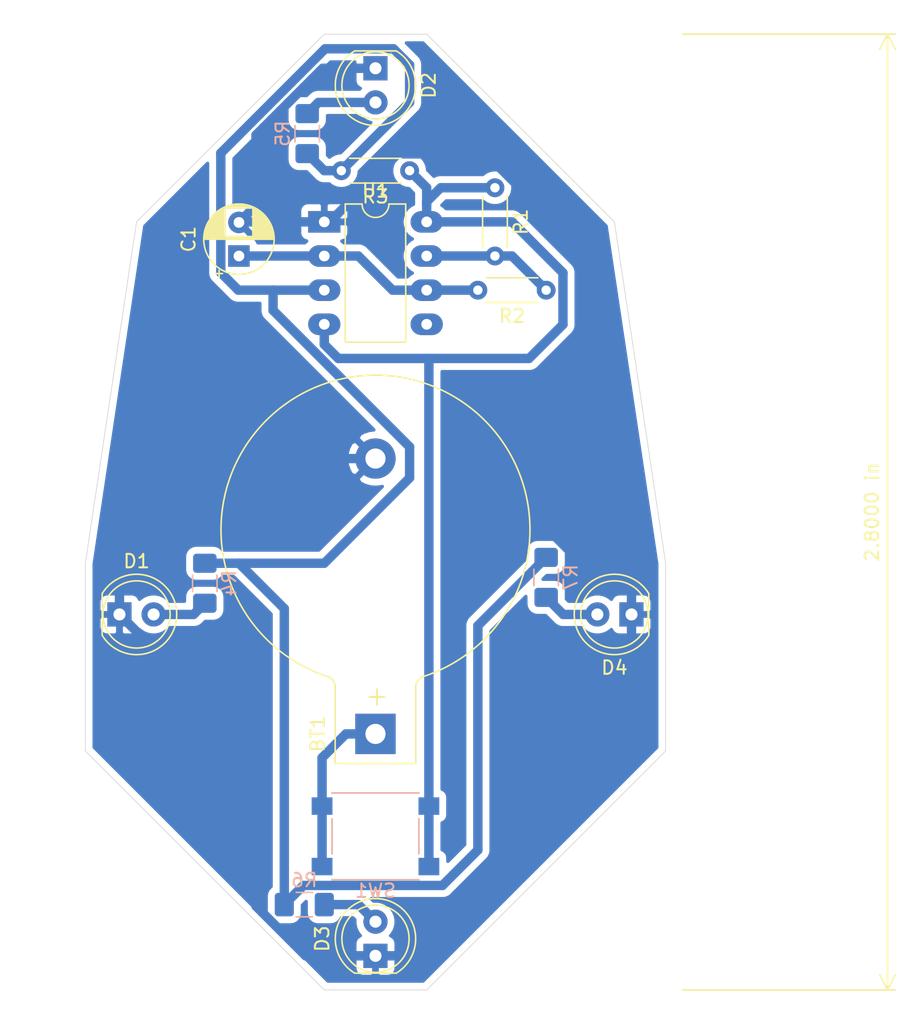
<source format=kicad_pcb>
(kicad_pcb (version 20171130) (host pcbnew 5.1.4-e60b266~84~ubuntu19.04.1)

  (general
    (thickness 1.6)
    (drawings 17)
    (tracks 92)
    (zones 0)
    (modules 15)
    (nets 12)
  )

  (page A4)
  (layers
    (0 F.Cu signal)
    (31 B.Cu signal)
    (32 B.Adhes user)
    (33 F.Adhes user)
    (34 B.Paste user)
    (35 F.Paste user)
    (36 B.SilkS user)
    (37 F.SilkS user)
    (38 B.Mask user)
    (39 F.Mask user)
    (40 Dwgs.User user)
    (41 Cmts.User user)
    (42 Eco1.User user)
    (43 Eco2.User user)
    (44 Edge.Cuts user)
    (45 Margin user)
    (46 B.CrtYd user)
    (47 F.CrtYd user)
    (48 B.Fab user)
    (49 F.Fab user)
  )

  (setup
    (last_trace_width 0.25)
    (user_trace_width 0.7)
    (trace_clearance 0.2)
    (zone_clearance 0.508)
    (zone_45_only no)
    (trace_min 0.2)
    (via_size 0.8)
    (via_drill 0.4)
    (via_min_size 0.4)
    (via_min_drill 0.3)
    (uvia_size 0.3)
    (uvia_drill 0.1)
    (uvias_allowed no)
    (uvia_min_size 0.2)
    (uvia_min_drill 0.1)
    (edge_width 0.05)
    (segment_width 0.2)
    (pcb_text_width 0.3)
    (pcb_text_size 1.5 1.5)
    (mod_edge_width 0.12)
    (mod_text_size 1 1)
    (mod_text_width 0.15)
    (pad_size 1.524 1.524)
    (pad_drill 0.762)
    (pad_to_mask_clearance 0.051)
    (solder_mask_min_width 0.25)
    (aux_axis_origin 0 0)
    (visible_elements FFFFFF7F)
    (pcbplotparams
      (layerselection 0x010fc_ffffffff)
      (usegerberextensions false)
      (usegerberattributes false)
      (usegerberadvancedattributes false)
      (creategerberjobfile false)
      (excludeedgelayer true)
      (linewidth 0.100000)
      (plotframeref false)
      (viasonmask false)
      (mode 1)
      (useauxorigin false)
      (hpglpennumber 1)
      (hpglpenspeed 20)
      (hpglpendiameter 15.000000)
      (psnegative false)
      (psa4output false)
      (plotreference true)
      (plotvalue true)
      (plotinvisibletext false)
      (padsonsilk false)
      (subtractmaskfromsilk false)
      (outputformat 1)
      (mirror false)
      (drillshape 1)
      (scaleselection 1)
      (outputdirectory ""))
  )

  (net 0 "")
  (net 1 "Net-(BT1-Pad1)")
  (net 2 GND)
  (net 3 "Net-(C1-Pad1)")
  (net 4 "Net-(D1-Pad2)")
  (net 5 "Net-(D2-Pad2)")
  (net 6 "Net-(D3-Pad2)")
  (net 7 "Net-(D4-Pad2)")
  (net 8 "Net-(R1-Pad2)")
  (net 9 +3V3)
  (net 10 "Net-(R3-Pad2)")
  (net 11 "Net-(U1-Pad5)")

  (net_class Default "This is the default net class."
    (clearance 0.2)
    (trace_width 0.25)
    (via_dia 0.8)
    (via_drill 0.4)
    (uvia_dia 0.3)
    (uvia_drill 0.1)
    (add_net +3V3)
    (add_net GND)
    (add_net "Net-(BT1-Pad1)")
    (add_net "Net-(C1-Pad1)")
    (add_net "Net-(D1-Pad2)")
    (add_net "Net-(D2-Pad2)")
    (add_net "Net-(D3-Pad2)")
    (add_net "Net-(D4-Pad2)")
    (add_net "Net-(R1-Pad2)")
    (add_net "Net-(R3-Pad2)")
    (add_net "Net-(U1-Pad5)")
  )

  (module Button_Switch_SMD:SW_Push_1P1T_NO_6x6mm_H9.5mm (layer B.Cu) (tedit 5D973283) (tstamp 5D978A70)
    (at 180.34 113.03)
    (descr "tactile push button, 6x6mm e.g. PTS645xx series, height=9.5mm")
    (tags "tact sw push 6mm smd")
    (path /5D9177AD)
    (attr smd)
    (fp_text reference SW1 (at 0 4.05) (layer B.SilkS)
      (effects (font (size 1 1) (thickness 0.15)) (justify mirror))
    )
    (fp_text value SW_Push_Dual (at 0 -4.15) (layer B.Fab)
      (effects (font (size 1 1) (thickness 0.15)) (justify mirror))
    )
    (fp_circle (center 0 0) (end 1.75 0.05) (layer B.Fab) (width 0.1))
    (fp_line (start -3.23 -3.23) (end 3.23 -3.23) (layer B.SilkS) (width 0.12))
    (fp_line (start -3.23 1.3) (end -3.23 -1.3) (layer B.SilkS) (width 0.12))
    (fp_line (start -3.23 3.23) (end 3.23 3.23) (layer B.SilkS) (width 0.12))
    (fp_line (start 3.23 1.3) (end 3.23 -1.3) (layer B.SilkS) (width 0.12))
    (fp_line (start -3.23 3.2) (end -3.23 3.23) (layer B.SilkS) (width 0.12))
    (fp_line (start -3.23 -3.23) (end -3.23 -3.2) (layer B.SilkS) (width 0.12))
    (fp_line (start 3.23 -3.23) (end 3.23 -3.2) (layer B.SilkS) (width 0.12))
    (fp_line (start 3.23 3.23) (end 3.23 3.2) (layer B.SilkS) (width 0.12))
    (fp_line (start -5 3.25) (end 5 3.25) (layer B.CrtYd) (width 0.05))
    (fp_line (start -5 -3.25) (end 5 -3.25) (layer B.CrtYd) (width 0.05))
    (fp_line (start -5 3.25) (end -5 -3.25) (layer B.CrtYd) (width 0.05))
    (fp_line (start 5 -3.25) (end 5 3.25) (layer B.CrtYd) (width 0.05))
    (fp_line (start 3 3) (end -3 3) (layer B.Fab) (width 0.1))
    (fp_line (start 3 -3) (end 3 3) (layer B.Fab) (width 0.1))
    (fp_line (start -3 -3) (end 3 -3) (layer B.Fab) (width 0.1))
    (fp_line (start -3 3) (end -3 -3) (layer B.Fab) (width 0.1))
    (fp_text user %R (at 0 4.05) (layer B.Fab)
      (effects (font (size 1 1) (thickness 0.15)) (justify mirror))
    )
    (pad 2 smd rect (at 3.975 -2.25) (size 1.55 1.3) (layers B.Cu B.Paste B.Mask)
      (net 9 +3V3))
    (pad 4 smd rect (at 3.975 2.25) (size 1.55 1.3) (layers B.Cu B.Paste B.Mask)
      (net 9 +3V3))
    (pad 1 smd rect (at -3.975 2.25) (size 1.55 1.3) (layers B.Cu B.Paste B.Mask)
      (net 1 "Net-(BT1-Pad1)"))
    (pad 3 smd rect (at -3.975 -2.25) (size 1.55 1.3) (layers B.Cu B.Paste B.Mask)
      (net 1 "Net-(BT1-Pad1)"))
    (model ${KISYS3DMOD}/Button_Switch_SMD.3dshapes/SW_PUSH_6mm_H9.5mm.wrl
      (at (xyz 0 0 0))
      (scale (xyz 1 1 1))
      (rotate (xyz 0 0 0))
    )
  )

  (module Package_DIP:DIP-8_W7.62mm_LongPads (layer F.Cu) (tedit 5A02E8C5) (tstamp 5D977128)
    (at 176.53 67.31)
    (descr "8-lead though-hole mounted DIP package, row spacing 7.62 mm (300 mils), LongPads")
    (tags "THT DIP DIL PDIP 2.54mm 7.62mm 300mil LongPads")
    (path /5D8FCBF3)
    (fp_text reference U1 (at 3.81 -2.33) (layer F.SilkS)
      (effects (font (size 1 1) (thickness 0.15)))
    )
    (fp_text value NE555 (at 3.81 9.95) (layer F.Fab)
      (effects (font (size 1 1) (thickness 0.15)))
    )
    (fp_text user %R (at 3.81 3.81) (layer F.Fab)
      (effects (font (size 1 1) (thickness 0.15)))
    )
    (fp_line (start 9.1 -1.55) (end -1.45 -1.55) (layer F.CrtYd) (width 0.05))
    (fp_line (start 9.1 9.15) (end 9.1 -1.55) (layer F.CrtYd) (width 0.05))
    (fp_line (start -1.45 9.15) (end 9.1 9.15) (layer F.CrtYd) (width 0.05))
    (fp_line (start -1.45 -1.55) (end -1.45 9.15) (layer F.CrtYd) (width 0.05))
    (fp_line (start 6.06 -1.33) (end 4.81 -1.33) (layer F.SilkS) (width 0.12))
    (fp_line (start 6.06 8.95) (end 6.06 -1.33) (layer F.SilkS) (width 0.12))
    (fp_line (start 1.56 8.95) (end 6.06 8.95) (layer F.SilkS) (width 0.12))
    (fp_line (start 1.56 -1.33) (end 1.56 8.95) (layer F.SilkS) (width 0.12))
    (fp_line (start 2.81 -1.33) (end 1.56 -1.33) (layer F.SilkS) (width 0.12))
    (fp_line (start 0.635 -0.27) (end 1.635 -1.27) (layer F.Fab) (width 0.1))
    (fp_line (start 0.635 8.89) (end 0.635 -0.27) (layer F.Fab) (width 0.1))
    (fp_line (start 6.985 8.89) (end 0.635 8.89) (layer F.Fab) (width 0.1))
    (fp_line (start 6.985 -1.27) (end 6.985 8.89) (layer F.Fab) (width 0.1))
    (fp_line (start 1.635 -1.27) (end 6.985 -1.27) (layer F.Fab) (width 0.1))
    (fp_arc (start 3.81 -1.33) (end 2.81 -1.33) (angle -180) (layer F.SilkS) (width 0.12))
    (pad 8 thru_hole oval (at 7.62 0) (size 2.4 1.6) (drill 0.8) (layers *.Cu *.Mask)
      (net 9 +3V3))
    (pad 4 thru_hole oval (at 0 7.62) (size 2.4 1.6) (drill 0.8) (layers *.Cu *.Mask)
      (net 9 +3V3))
    (pad 7 thru_hole oval (at 7.62 2.54) (size 2.4 1.6) (drill 0.8) (layers *.Cu *.Mask)
      (net 8 "Net-(R1-Pad2)"))
    (pad 3 thru_hole oval (at 0 5.08) (size 2.4 1.6) (drill 0.8) (layers *.Cu *.Mask)
      (net 10 "Net-(R3-Pad2)"))
    (pad 6 thru_hole oval (at 7.62 5.08) (size 2.4 1.6) (drill 0.8) (layers *.Cu *.Mask)
      (net 3 "Net-(C1-Pad1)"))
    (pad 2 thru_hole oval (at 0 2.54) (size 2.4 1.6) (drill 0.8) (layers *.Cu *.Mask)
      (net 3 "Net-(C1-Pad1)"))
    (pad 5 thru_hole oval (at 7.62 7.62) (size 2.4 1.6) (drill 0.8) (layers *.Cu *.Mask)
      (net 11 "Net-(U1-Pad5)"))
    (pad 1 thru_hole rect (at 0 0) (size 2.4 1.6) (drill 0.8) (layers *.Cu *.Mask)
      (net 2 GND))
    (model ${KISYS3DMOD}/Package_DIP.3dshapes/DIP-8_W7.62mm.wrl
      (at (xyz 0 0 0))
      (scale (xyz 1 1 1))
      (rotate (xyz 0 0 0))
    )
  )

  (module Resistor_SMD:R_1206_3216Metric_Pad1.42x1.75mm_HandSolder (layer B.Cu) (tedit 5B301BBD) (tstamp 5D978A56)
    (at 193.04 93.7625 90)
    (descr "Resistor SMD 1206 (3216 Metric), square (rectangular) end terminal, IPC_7351 nominal with elongated pad for handsoldering. (Body size source: http://www.tortai-tech.com/upload/download/2011102023233369053.pdf), generated with kicad-footprint-generator")
    (tags "resistor handsolder")
    (path /5D90642D)
    (attr smd)
    (fp_text reference R7 (at 0 1.82 90) (layer B.SilkS)
      (effects (font (size 1 1) (thickness 0.15)) (justify mirror))
    )
    (fp_text value 1kR (at 0 -1.82 90) (layer B.Fab)
      (effects (font (size 1 1) (thickness 0.15)) (justify mirror))
    )
    (fp_text user %R (at 0 0 90) (layer B.Fab)
      (effects (font (size 0.8 0.8) (thickness 0.12)) (justify mirror))
    )
    (fp_line (start 2.45 -1.12) (end -2.45 -1.12) (layer B.CrtYd) (width 0.05))
    (fp_line (start 2.45 1.12) (end 2.45 -1.12) (layer B.CrtYd) (width 0.05))
    (fp_line (start -2.45 1.12) (end 2.45 1.12) (layer B.CrtYd) (width 0.05))
    (fp_line (start -2.45 -1.12) (end -2.45 1.12) (layer B.CrtYd) (width 0.05))
    (fp_line (start -0.602064 -0.91) (end 0.602064 -0.91) (layer B.SilkS) (width 0.12))
    (fp_line (start -0.602064 0.91) (end 0.602064 0.91) (layer B.SilkS) (width 0.12))
    (fp_line (start 1.6 -0.8) (end -1.6 -0.8) (layer B.Fab) (width 0.1))
    (fp_line (start 1.6 0.8) (end 1.6 -0.8) (layer B.Fab) (width 0.1))
    (fp_line (start -1.6 0.8) (end 1.6 0.8) (layer B.Fab) (width 0.1))
    (fp_line (start -1.6 -0.8) (end -1.6 0.8) (layer B.Fab) (width 0.1))
    (pad 2 smd roundrect (at 1.4875 0 90) (size 1.425 1.75) (layers B.Cu B.Paste B.Mask) (roundrect_rratio 0.175439)
      (net 10 "Net-(R3-Pad2)"))
    (pad 1 smd roundrect (at -1.4875 0 90) (size 1.425 1.75) (layers B.Cu B.Paste B.Mask) (roundrect_rratio 0.175439)
      (net 7 "Net-(D4-Pad2)"))
    (model ${KISYS3DMOD}/Resistor_SMD.3dshapes/R_1206_3216Metric.wrl
      (at (xyz 0 0 0))
      (scale (xyz 1 1 1))
      (rotate (xyz 0 0 0))
    )
  )

  (module Resistor_SMD:R_1206_3216Metric_Pad1.42x1.75mm_HandSolder (layer B.Cu) (tedit 5B301BBD) (tstamp 5D977AC0)
    (at 175.0425 118.11 180)
    (descr "Resistor SMD 1206 (3216 Metric), square (rectangular) end terminal, IPC_7351 nominal with elongated pad for handsoldering. (Body size source: http://www.tortai-tech.com/upload/download/2011102023233369053.pdf), generated with kicad-footprint-generator")
    (tags "resistor handsolder")
    (path /5D9060E7)
    (attr smd)
    (fp_text reference R6 (at 0 1.82) (layer B.SilkS)
      (effects (font (size 1 1) (thickness 0.15)) (justify mirror))
    )
    (fp_text value 1kR (at 0 -1.82) (layer B.Fab)
      (effects (font (size 1 1) (thickness 0.15)) (justify mirror))
    )
    (fp_text user %R (at 0 0) (layer B.Fab)
      (effects (font (size 0.8 0.8) (thickness 0.12)) (justify mirror))
    )
    (fp_line (start 2.45 -1.12) (end -2.45 -1.12) (layer B.CrtYd) (width 0.05))
    (fp_line (start 2.45 1.12) (end 2.45 -1.12) (layer B.CrtYd) (width 0.05))
    (fp_line (start -2.45 1.12) (end 2.45 1.12) (layer B.CrtYd) (width 0.05))
    (fp_line (start -2.45 -1.12) (end -2.45 1.12) (layer B.CrtYd) (width 0.05))
    (fp_line (start -0.602064 -0.91) (end 0.602064 -0.91) (layer B.SilkS) (width 0.12))
    (fp_line (start -0.602064 0.91) (end 0.602064 0.91) (layer B.SilkS) (width 0.12))
    (fp_line (start 1.6 -0.8) (end -1.6 -0.8) (layer B.Fab) (width 0.1))
    (fp_line (start 1.6 0.8) (end 1.6 -0.8) (layer B.Fab) (width 0.1))
    (fp_line (start -1.6 0.8) (end 1.6 0.8) (layer B.Fab) (width 0.1))
    (fp_line (start -1.6 -0.8) (end -1.6 0.8) (layer B.Fab) (width 0.1))
    (pad 2 smd roundrect (at 1.4875 0 180) (size 1.425 1.75) (layers B.Cu B.Paste B.Mask) (roundrect_rratio 0.175439)
      (net 10 "Net-(R3-Pad2)"))
    (pad 1 smd roundrect (at -1.4875 0 180) (size 1.425 1.75) (layers B.Cu B.Paste B.Mask) (roundrect_rratio 0.175439)
      (net 6 "Net-(D3-Pad2)"))
    (model ${KISYS3DMOD}/Resistor_SMD.3dshapes/R_1206_3216Metric.wrl
      (at (xyz 0 0 0))
      (scale (xyz 1 1 1))
      (rotate (xyz 0 0 0))
    )
  )

  (module Resistor_SMD:R_1206_3216Metric_Pad1.42x1.75mm_HandSolder (layer B.Cu) (tedit 5B301BBD) (tstamp 5D978A34)
    (at 175.26 60.7425 270)
    (descr "Resistor SMD 1206 (3216 Metric), square (rectangular) end terminal, IPC_7351 nominal with elongated pad for handsoldering. (Body size source: http://www.tortai-tech.com/upload/download/2011102023233369053.pdf), generated with kicad-footprint-generator")
    (tags "resistor handsolder")
    (path /5D906CE3)
    (attr smd)
    (fp_text reference R5 (at 0 1.82 90) (layer B.SilkS)
      (effects (font (size 1 1) (thickness 0.15)) (justify mirror))
    )
    (fp_text value 1kR (at 0 -1.82 90) (layer B.Fab)
      (effects (font (size 1 1) (thickness 0.15)) (justify mirror))
    )
    (fp_text user %R (at 0 0 90) (layer B.Fab)
      (effects (font (size 0.8 0.8) (thickness 0.12)) (justify mirror))
    )
    (fp_line (start 2.45 -1.12) (end -2.45 -1.12) (layer B.CrtYd) (width 0.05))
    (fp_line (start 2.45 1.12) (end 2.45 -1.12) (layer B.CrtYd) (width 0.05))
    (fp_line (start -2.45 1.12) (end 2.45 1.12) (layer B.CrtYd) (width 0.05))
    (fp_line (start -2.45 -1.12) (end -2.45 1.12) (layer B.CrtYd) (width 0.05))
    (fp_line (start -0.602064 -0.91) (end 0.602064 -0.91) (layer B.SilkS) (width 0.12))
    (fp_line (start -0.602064 0.91) (end 0.602064 0.91) (layer B.SilkS) (width 0.12))
    (fp_line (start 1.6 -0.8) (end -1.6 -0.8) (layer B.Fab) (width 0.1))
    (fp_line (start 1.6 0.8) (end 1.6 -0.8) (layer B.Fab) (width 0.1))
    (fp_line (start -1.6 0.8) (end 1.6 0.8) (layer B.Fab) (width 0.1))
    (fp_line (start -1.6 -0.8) (end -1.6 0.8) (layer B.Fab) (width 0.1))
    (pad 2 smd roundrect (at 1.4875 0 270) (size 1.425 1.75) (layers B.Cu B.Paste B.Mask) (roundrect_rratio 0.175439)
      (net 10 "Net-(R3-Pad2)"))
    (pad 1 smd roundrect (at -1.4875 0 270) (size 1.425 1.75) (layers B.Cu B.Paste B.Mask) (roundrect_rratio 0.175439)
      (net 5 "Net-(D2-Pad2)"))
    (model ${KISYS3DMOD}/Resistor_SMD.3dshapes/R_1206_3216Metric.wrl
      (at (xyz 0 0 0))
      (scale (xyz 1 1 1))
      (rotate (xyz 0 0 0))
    )
  )

  (module Resistor_SMD:R_1206_3216Metric_Pad1.42x1.75mm_HandSolder (layer B.Cu) (tedit 5B301BBD) (tstamp 5D978A23)
    (at 167.64 94.1975 90)
    (descr "Resistor SMD 1206 (3216 Metric), square (rectangular) end terminal, IPC_7351 nominal with elongated pad for handsoldering. (Body size source: http://www.tortai-tech.com/upload/download/2011102023233369053.pdf), generated with kicad-footprint-generator")
    (tags "resistor handsolder")
    (path /5D905DDE)
    (attr smd)
    (fp_text reference R4 (at 0 1.82 90) (layer B.SilkS)
      (effects (font (size 1 1) (thickness 0.15)) (justify mirror))
    )
    (fp_text value 1kR (at 0 -1.82 90) (layer B.Fab)
      (effects (font (size 1 1) (thickness 0.15)) (justify mirror))
    )
    (fp_text user %R (at 0 0 90) (layer B.Fab)
      (effects (font (size 0.8 0.8) (thickness 0.12)) (justify mirror))
    )
    (fp_line (start 2.45 -1.12) (end -2.45 -1.12) (layer B.CrtYd) (width 0.05))
    (fp_line (start 2.45 1.12) (end 2.45 -1.12) (layer B.CrtYd) (width 0.05))
    (fp_line (start -2.45 1.12) (end 2.45 1.12) (layer B.CrtYd) (width 0.05))
    (fp_line (start -2.45 -1.12) (end -2.45 1.12) (layer B.CrtYd) (width 0.05))
    (fp_line (start -0.602064 -0.91) (end 0.602064 -0.91) (layer B.SilkS) (width 0.12))
    (fp_line (start -0.602064 0.91) (end 0.602064 0.91) (layer B.SilkS) (width 0.12))
    (fp_line (start 1.6 -0.8) (end -1.6 -0.8) (layer B.Fab) (width 0.1))
    (fp_line (start 1.6 0.8) (end 1.6 -0.8) (layer B.Fab) (width 0.1))
    (fp_line (start -1.6 0.8) (end 1.6 0.8) (layer B.Fab) (width 0.1))
    (fp_line (start -1.6 -0.8) (end -1.6 0.8) (layer B.Fab) (width 0.1))
    (pad 2 smd roundrect (at 1.4875 0 90) (size 1.425 1.75) (layers B.Cu B.Paste B.Mask) (roundrect_rratio 0.175439)
      (net 10 "Net-(R3-Pad2)"))
    (pad 1 smd roundrect (at -1.4875 0 90) (size 1.425 1.75) (layers B.Cu B.Paste B.Mask) (roundrect_rratio 0.175439)
      (net 4 "Net-(D1-Pad2)"))
    (model ${KISYS3DMOD}/Resistor_SMD.3dshapes/R_1206_3216Metric.wrl
      (at (xyz 0 0 0))
      (scale (xyz 1 1 1))
      (rotate (xyz 0 0 0))
    )
  )

  (module Resistor_THT:R_Axial_DIN0204_L3.6mm_D1.6mm_P5.08mm_Horizontal (layer F.Cu) (tedit 5AE5139B) (tstamp 5D978A12)
    (at 182.88 63.5 180)
    (descr "Resistor, Axial_DIN0204 series, Axial, Horizontal, pin pitch=5.08mm, 0.167W, length*diameter=3.6*1.6mm^2, http://cdn-reichelt.de/documents/datenblatt/B400/1_4W%23YAG.pdf")
    (tags "Resistor Axial_DIN0204 series Axial Horizontal pin pitch 5.08mm 0.167W length 3.6mm diameter 1.6mm")
    (path /5D8FD0DB)
    (fp_text reference R3 (at 2.54 -1.92) (layer F.SilkS)
      (effects (font (size 1 1) (thickness 0.15)))
    )
    (fp_text value 100kR (at 2.54 1.92) (layer F.Fab)
      (effects (font (size 1 1) (thickness 0.15)))
    )
    (fp_text user %R (at 2.54 0) (layer F.Fab)
      (effects (font (size 0.72 0.72) (thickness 0.108)))
    )
    (fp_line (start 6.03 -1.05) (end -0.95 -1.05) (layer F.CrtYd) (width 0.05))
    (fp_line (start 6.03 1.05) (end 6.03 -1.05) (layer F.CrtYd) (width 0.05))
    (fp_line (start -0.95 1.05) (end 6.03 1.05) (layer F.CrtYd) (width 0.05))
    (fp_line (start -0.95 -1.05) (end -0.95 1.05) (layer F.CrtYd) (width 0.05))
    (fp_line (start 0.62 0.92) (end 4.46 0.92) (layer F.SilkS) (width 0.12))
    (fp_line (start 0.62 -0.92) (end 4.46 -0.92) (layer F.SilkS) (width 0.12))
    (fp_line (start 5.08 0) (end 4.34 0) (layer F.Fab) (width 0.1))
    (fp_line (start 0 0) (end 0.74 0) (layer F.Fab) (width 0.1))
    (fp_line (start 4.34 -0.8) (end 0.74 -0.8) (layer F.Fab) (width 0.1))
    (fp_line (start 4.34 0.8) (end 4.34 -0.8) (layer F.Fab) (width 0.1))
    (fp_line (start 0.74 0.8) (end 4.34 0.8) (layer F.Fab) (width 0.1))
    (fp_line (start 0.74 -0.8) (end 0.74 0.8) (layer F.Fab) (width 0.1))
    (pad 2 thru_hole oval (at 5.08 0 180) (size 1.4 1.4) (drill 0.7) (layers *.Cu *.Mask)
      (net 10 "Net-(R3-Pad2)"))
    (pad 1 thru_hole circle (at 0 0 180) (size 1.4 1.4) (drill 0.7) (layers *.Cu *.Mask)
      (net 9 +3V3))
    (model ${KISYS3DMOD}/Resistor_THT.3dshapes/R_Axial_DIN0204_L3.6mm_D1.6mm_P5.08mm_Horizontal.wrl
      (at (xyz 0 0 0))
      (scale (xyz 1 1 1))
      (rotate (xyz 0 0 0))
    )
  )

  (module Resistor_THT:R_Axial_DIN0204_L3.6mm_D1.6mm_P5.08mm_Horizontal (layer F.Cu) (tedit 5AE5139B) (tstamp 5D97758B)
    (at 193.04 72.39 180)
    (descr "Resistor, Axial_DIN0204 series, Axial, Horizontal, pin pitch=5.08mm, 0.167W, length*diameter=3.6*1.6mm^2, http://cdn-reichelt.de/documents/datenblatt/B400/1_4W%23YAG.pdf")
    (tags "Resistor Axial_DIN0204 series Axial Horizontal pin pitch 5.08mm 0.167W length 3.6mm diameter 1.6mm")
    (path /5D8FD60B)
    (fp_text reference R2 (at 2.54 -1.92) (layer F.SilkS)
      (effects (font (size 1 1) (thickness 0.15)))
    )
    (fp_text value 360kR (at 2.54 1.92) (layer F.Fab)
      (effects (font (size 1 1) (thickness 0.15)))
    )
    (fp_text user %R (at 2.54 0) (layer F.Fab)
      (effects (font (size 0.72 0.72) (thickness 0.108)))
    )
    (fp_line (start 6.03 -1.05) (end -0.95 -1.05) (layer F.CrtYd) (width 0.05))
    (fp_line (start 6.03 1.05) (end 6.03 -1.05) (layer F.CrtYd) (width 0.05))
    (fp_line (start -0.95 1.05) (end 6.03 1.05) (layer F.CrtYd) (width 0.05))
    (fp_line (start -0.95 -1.05) (end -0.95 1.05) (layer F.CrtYd) (width 0.05))
    (fp_line (start 0.62 0.92) (end 4.46 0.92) (layer F.SilkS) (width 0.12))
    (fp_line (start 0.62 -0.92) (end 4.46 -0.92) (layer F.SilkS) (width 0.12))
    (fp_line (start 5.08 0) (end 4.34 0) (layer F.Fab) (width 0.1))
    (fp_line (start 0 0) (end 0.74 0) (layer F.Fab) (width 0.1))
    (fp_line (start 4.34 -0.8) (end 0.74 -0.8) (layer F.Fab) (width 0.1))
    (fp_line (start 4.34 0.8) (end 4.34 -0.8) (layer F.Fab) (width 0.1))
    (fp_line (start 0.74 0.8) (end 4.34 0.8) (layer F.Fab) (width 0.1))
    (fp_line (start 0.74 -0.8) (end 0.74 0.8) (layer F.Fab) (width 0.1))
    (pad 2 thru_hole oval (at 5.08 0 180) (size 1.4 1.4) (drill 0.7) (layers *.Cu *.Mask)
      (net 3 "Net-(C1-Pad1)"))
    (pad 1 thru_hole circle (at 0 0 180) (size 1.4 1.4) (drill 0.7) (layers *.Cu *.Mask)
      (net 8 "Net-(R1-Pad2)"))
    (model ${KISYS3DMOD}/Resistor_THT.3dshapes/R_Axial_DIN0204_L3.6mm_D1.6mm_P5.08mm_Horizontal.wrl
      (at (xyz 0 0 0))
      (scale (xyz 1 1 1))
      (rotate (xyz 0 0 0))
    )
  )

  (module Resistor_THT:R_Axial_DIN0204_L3.6mm_D1.6mm_P5.08mm_Horizontal (layer F.Cu) (tedit 5AE5139B) (tstamp 5D977434)
    (at 189.23 64.77 270)
    (descr "Resistor, Axial_DIN0204 series, Axial, Horizontal, pin pitch=5.08mm, 0.167W, length*diameter=3.6*1.6mm^2, http://cdn-reichelt.de/documents/datenblatt/B400/1_4W%23YAG.pdf")
    (tags "Resistor Axial_DIN0204 series Axial Horizontal pin pitch 5.08mm 0.167W length 3.6mm diameter 1.6mm")
    (path /5D8FD1FC)
    (fp_text reference R1 (at 2.54 -1.92 90) (layer F.SilkS)
      (effects (font (size 1 1) (thickness 0.15)))
    )
    (fp_text value 1kR (at 2.54 1.92 90) (layer F.Fab)
      (effects (font (size 1 1) (thickness 0.15)))
    )
    (fp_text user %R (at 2.54 0 90) (layer F.Fab)
      (effects (font (size 0.72 0.72) (thickness 0.108)))
    )
    (fp_line (start 6.03 -1.05) (end -0.95 -1.05) (layer F.CrtYd) (width 0.05))
    (fp_line (start 6.03 1.05) (end 6.03 -1.05) (layer F.CrtYd) (width 0.05))
    (fp_line (start -0.95 1.05) (end 6.03 1.05) (layer F.CrtYd) (width 0.05))
    (fp_line (start -0.95 -1.05) (end -0.95 1.05) (layer F.CrtYd) (width 0.05))
    (fp_line (start 0.62 0.92) (end 4.46 0.92) (layer F.SilkS) (width 0.12))
    (fp_line (start 0.62 -0.92) (end 4.46 -0.92) (layer F.SilkS) (width 0.12))
    (fp_line (start 5.08 0) (end 4.34 0) (layer F.Fab) (width 0.1))
    (fp_line (start 0 0) (end 0.74 0) (layer F.Fab) (width 0.1))
    (fp_line (start 4.34 -0.8) (end 0.74 -0.8) (layer F.Fab) (width 0.1))
    (fp_line (start 4.34 0.8) (end 4.34 -0.8) (layer F.Fab) (width 0.1))
    (fp_line (start 0.74 0.8) (end 4.34 0.8) (layer F.Fab) (width 0.1))
    (fp_line (start 0.74 -0.8) (end 0.74 0.8) (layer F.Fab) (width 0.1))
    (pad 2 thru_hole oval (at 5.08 0 270) (size 1.4 1.4) (drill 0.7) (layers *.Cu *.Mask)
      (net 8 "Net-(R1-Pad2)"))
    (pad 1 thru_hole circle (at 0 0 270) (size 1.4 1.4) (drill 0.7) (layers *.Cu *.Mask)
      (net 9 +3V3))
    (model ${KISYS3DMOD}/Resistor_THT.3dshapes/R_Axial_DIN0204_L3.6mm_D1.6mm_P5.08mm_Horizontal.wrl
      (at (xyz 0 0 0))
      (scale (xyz 1 1 1))
      (rotate (xyz 0 0 0))
    )
  )

  (module LED_THT:LED_D5.0mm (layer F.Cu) (tedit 5995936A) (tstamp 5D9789D9)
    (at 199.39 96.52 180)
    (descr "LED, diameter 5.0mm, 2 pins, http://cdn-reichelt.de/documents/datenblatt/A500/LL-504BC2E-009.pdf")
    (tags "LED diameter 5.0mm 2 pins")
    (path /5D903C91)
    (fp_text reference D4 (at 1.27 -3.96) (layer F.SilkS)
      (effects (font (size 1 1) (thickness 0.15)))
    )
    (fp_text value LED (at 1.27 3.96) (layer F.Fab)
      (effects (font (size 1 1) (thickness 0.15)))
    )
    (fp_text user %R (at 1.25 0) (layer F.Fab)
      (effects (font (size 0.8 0.8) (thickness 0.2)))
    )
    (fp_line (start 4.5 -3.25) (end -1.95 -3.25) (layer F.CrtYd) (width 0.05))
    (fp_line (start 4.5 3.25) (end 4.5 -3.25) (layer F.CrtYd) (width 0.05))
    (fp_line (start -1.95 3.25) (end 4.5 3.25) (layer F.CrtYd) (width 0.05))
    (fp_line (start -1.95 -3.25) (end -1.95 3.25) (layer F.CrtYd) (width 0.05))
    (fp_line (start -1.29 -1.545) (end -1.29 1.545) (layer F.SilkS) (width 0.12))
    (fp_line (start -1.23 -1.469694) (end -1.23 1.469694) (layer F.Fab) (width 0.1))
    (fp_circle (center 1.27 0) (end 3.77 0) (layer F.SilkS) (width 0.12))
    (fp_circle (center 1.27 0) (end 3.77 0) (layer F.Fab) (width 0.1))
    (fp_arc (start 1.27 0) (end -1.29 1.54483) (angle -148.9) (layer F.SilkS) (width 0.12))
    (fp_arc (start 1.27 0) (end -1.29 -1.54483) (angle 148.9) (layer F.SilkS) (width 0.12))
    (fp_arc (start 1.27 0) (end -1.23 -1.469694) (angle 299.1) (layer F.Fab) (width 0.1))
    (pad 2 thru_hole circle (at 2.54 0 180) (size 1.8 1.8) (drill 0.9) (layers *.Cu *.Mask)
      (net 7 "Net-(D4-Pad2)"))
    (pad 1 thru_hole rect (at 0 0 180) (size 1.8 1.8) (drill 0.9) (layers *.Cu *.Mask)
      (net 2 GND))
    (model ${KISYS3DMOD}/LED_THT.3dshapes/LED_D5.0mm.wrl
      (at (xyz 0 0 0))
      (scale (xyz 1 1 1))
      (rotate (xyz 0 0 0))
    )
  )

  (module LED_THT:LED_D5.0mm (layer F.Cu) (tedit 5995936A) (tstamp 5D9779D3)
    (at 180.34 121.92 90)
    (descr "LED, diameter 5.0mm, 2 pins, http://cdn-reichelt.de/documents/datenblatt/A500/LL-504BC2E-009.pdf")
    (tags "LED diameter 5.0mm 2 pins")
    (path /5D903986)
    (fp_text reference D3 (at 1.27 -3.96 90) (layer F.SilkS)
      (effects (font (size 1 1) (thickness 0.15)))
    )
    (fp_text value LED (at 1.27 3.96 90) (layer F.Fab)
      (effects (font (size 1 1) (thickness 0.15)))
    )
    (fp_text user %R (at 1.25 0 90) (layer F.Fab)
      (effects (font (size 0.8 0.8) (thickness 0.2)))
    )
    (fp_line (start 4.5 -3.25) (end -1.95 -3.25) (layer F.CrtYd) (width 0.05))
    (fp_line (start 4.5 3.25) (end 4.5 -3.25) (layer F.CrtYd) (width 0.05))
    (fp_line (start -1.95 3.25) (end 4.5 3.25) (layer F.CrtYd) (width 0.05))
    (fp_line (start -1.95 -3.25) (end -1.95 3.25) (layer F.CrtYd) (width 0.05))
    (fp_line (start -1.29 -1.545) (end -1.29 1.545) (layer F.SilkS) (width 0.12))
    (fp_line (start -1.23 -1.469694) (end -1.23 1.469694) (layer F.Fab) (width 0.1))
    (fp_circle (center 1.27 0) (end 3.77 0) (layer F.SilkS) (width 0.12))
    (fp_circle (center 1.27 0) (end 3.77 0) (layer F.Fab) (width 0.1))
    (fp_arc (start 1.27 0) (end -1.29 1.54483) (angle -148.9) (layer F.SilkS) (width 0.12))
    (fp_arc (start 1.27 0) (end -1.29 -1.54483) (angle 148.9) (layer F.SilkS) (width 0.12))
    (fp_arc (start 1.27 0) (end -1.23 -1.469694) (angle 299.1) (layer F.Fab) (width 0.1))
    (pad 2 thru_hole circle (at 2.54 0 90) (size 1.8 1.8) (drill 0.9) (layers *.Cu *.Mask)
      (net 6 "Net-(D3-Pad2)"))
    (pad 1 thru_hole rect (at 0 0 90) (size 1.8 1.8) (drill 0.9) (layers *.Cu *.Mask)
      (net 2 GND))
    (model ${KISYS3DMOD}/LED_THT.3dshapes/LED_D5.0mm.wrl
      (at (xyz 0 0 0))
      (scale (xyz 1 1 1))
      (rotate (xyz 0 0 0))
    )
  )

  (module LED_THT:LED_D5.0mm (layer F.Cu) (tedit 5995936A) (tstamp 5D9789B5)
    (at 180.34 55.88 270)
    (descr "LED, diameter 5.0mm, 2 pins, http://cdn-reichelt.de/documents/datenblatt/A500/LL-504BC2E-009.pdf")
    (tags "LED diameter 5.0mm 2 pins")
    (path /5D90241D)
    (fp_text reference D2 (at 1.27 -3.96 90) (layer F.SilkS)
      (effects (font (size 1 1) (thickness 0.15)))
    )
    (fp_text value LED (at 1.27 3.96 90) (layer F.Fab)
      (effects (font (size 1 1) (thickness 0.15)))
    )
    (fp_text user %R (at 1.25 0 90) (layer F.Fab)
      (effects (font (size 0.8 0.8) (thickness 0.2)))
    )
    (fp_line (start 4.5 -3.25) (end -1.95 -3.25) (layer F.CrtYd) (width 0.05))
    (fp_line (start 4.5 3.25) (end 4.5 -3.25) (layer F.CrtYd) (width 0.05))
    (fp_line (start -1.95 3.25) (end 4.5 3.25) (layer F.CrtYd) (width 0.05))
    (fp_line (start -1.95 -3.25) (end -1.95 3.25) (layer F.CrtYd) (width 0.05))
    (fp_line (start -1.29 -1.545) (end -1.29 1.545) (layer F.SilkS) (width 0.12))
    (fp_line (start -1.23 -1.469694) (end -1.23 1.469694) (layer F.Fab) (width 0.1))
    (fp_circle (center 1.27 0) (end 3.77 0) (layer F.SilkS) (width 0.12))
    (fp_circle (center 1.27 0) (end 3.77 0) (layer F.Fab) (width 0.1))
    (fp_arc (start 1.27 0) (end -1.29 1.54483) (angle -148.9) (layer F.SilkS) (width 0.12))
    (fp_arc (start 1.27 0) (end -1.29 -1.54483) (angle 148.9) (layer F.SilkS) (width 0.12))
    (fp_arc (start 1.27 0) (end -1.23 -1.469694) (angle 299.1) (layer F.Fab) (width 0.1))
    (pad 2 thru_hole circle (at 2.54 0 270) (size 1.8 1.8) (drill 0.9) (layers *.Cu *.Mask)
      (net 5 "Net-(D2-Pad2)"))
    (pad 1 thru_hole rect (at 0 0 270) (size 1.8 1.8) (drill 0.9) (layers *.Cu *.Mask)
      (net 2 GND))
    (model ${KISYS3DMOD}/LED_THT.3dshapes/LED_D5.0mm.wrl
      (at (xyz 0 0 0))
      (scale (xyz 1 1 1))
      (rotate (xyz 0 0 0))
    )
  )

  (module LED_THT:LED_D5.0mm (layer F.Cu) (tedit 5995936A) (tstamp 5D9789A3)
    (at 161.29 96.52)
    (descr "LED, diameter 5.0mm, 2 pins, http://cdn-reichelt.de/documents/datenblatt/A500/LL-504BC2E-009.pdf")
    (tags "LED diameter 5.0mm 2 pins")
    (path /5D902070)
    (fp_text reference D1 (at 1.27 -3.96) (layer F.SilkS)
      (effects (font (size 1 1) (thickness 0.15)))
    )
    (fp_text value LED (at 1.27 3.96) (layer F.Fab)
      (effects (font (size 1 1) (thickness 0.15)))
    )
    (fp_text user %R (at 1.25 0) (layer F.Fab)
      (effects (font (size 0.8 0.8) (thickness 0.2)))
    )
    (fp_line (start 4.5 -3.25) (end -1.95 -3.25) (layer F.CrtYd) (width 0.05))
    (fp_line (start 4.5 3.25) (end 4.5 -3.25) (layer F.CrtYd) (width 0.05))
    (fp_line (start -1.95 3.25) (end 4.5 3.25) (layer F.CrtYd) (width 0.05))
    (fp_line (start -1.95 -3.25) (end -1.95 3.25) (layer F.CrtYd) (width 0.05))
    (fp_line (start -1.29 -1.545) (end -1.29 1.545) (layer F.SilkS) (width 0.12))
    (fp_line (start -1.23 -1.469694) (end -1.23 1.469694) (layer F.Fab) (width 0.1))
    (fp_circle (center 1.27 0) (end 3.77 0) (layer F.SilkS) (width 0.12))
    (fp_circle (center 1.27 0) (end 3.77 0) (layer F.Fab) (width 0.1))
    (fp_arc (start 1.27 0) (end -1.29 1.54483) (angle -148.9) (layer F.SilkS) (width 0.12))
    (fp_arc (start 1.27 0) (end -1.29 -1.54483) (angle 148.9) (layer F.SilkS) (width 0.12))
    (fp_arc (start 1.27 0) (end -1.23 -1.469694) (angle 299.1) (layer F.Fab) (width 0.1))
    (pad 2 thru_hole circle (at 2.54 0) (size 1.8 1.8) (drill 0.9) (layers *.Cu *.Mask)
      (net 4 "Net-(D1-Pad2)"))
    (pad 1 thru_hole rect (at 0 0) (size 1.8 1.8) (drill 0.9) (layers *.Cu *.Mask)
      (net 2 GND))
    (model ${KISYS3DMOD}/LED_THT.3dshapes/LED_D5.0mm.wrl
      (at (xyz 0 0 0))
      (scale (xyz 1 1 1))
      (rotate (xyz 0 0 0))
    )
  )

  (module Capacitor_THT:CP_Radial_D5.0mm_P2.50mm (layer F.Cu) (tedit 5AE50EF0) (tstamp 5D978991)
    (at 170.18 69.85 90)
    (descr "CP, Radial series, Radial, pin pitch=2.50mm, , diameter=5mm, Electrolytic Capacitor")
    (tags "CP Radial series Radial pin pitch 2.50mm  diameter 5mm Electrolytic Capacitor")
    (path /5D8FDFC4)
    (fp_text reference C1 (at 1.25 -3.75 90) (layer F.SilkS)
      (effects (font (size 1 1) (thickness 0.15)))
    )
    (fp_text value 1uF (at 1.25 3.75 90) (layer F.Fab)
      (effects (font (size 1 1) (thickness 0.15)))
    )
    (fp_text user %R (at 1.25 0 90) (layer F.Fab)
      (effects (font (size 1 1) (thickness 0.15)))
    )
    (fp_line (start -1.304775 -1.725) (end -1.304775 -1.225) (layer F.SilkS) (width 0.12))
    (fp_line (start -1.554775 -1.475) (end -1.054775 -1.475) (layer F.SilkS) (width 0.12))
    (fp_line (start 3.851 -0.284) (end 3.851 0.284) (layer F.SilkS) (width 0.12))
    (fp_line (start 3.811 -0.518) (end 3.811 0.518) (layer F.SilkS) (width 0.12))
    (fp_line (start 3.771 -0.677) (end 3.771 0.677) (layer F.SilkS) (width 0.12))
    (fp_line (start 3.731 -0.805) (end 3.731 0.805) (layer F.SilkS) (width 0.12))
    (fp_line (start 3.691 -0.915) (end 3.691 0.915) (layer F.SilkS) (width 0.12))
    (fp_line (start 3.651 -1.011) (end 3.651 1.011) (layer F.SilkS) (width 0.12))
    (fp_line (start 3.611 -1.098) (end 3.611 1.098) (layer F.SilkS) (width 0.12))
    (fp_line (start 3.571 -1.178) (end 3.571 1.178) (layer F.SilkS) (width 0.12))
    (fp_line (start 3.531 1.04) (end 3.531 1.251) (layer F.SilkS) (width 0.12))
    (fp_line (start 3.531 -1.251) (end 3.531 -1.04) (layer F.SilkS) (width 0.12))
    (fp_line (start 3.491 1.04) (end 3.491 1.319) (layer F.SilkS) (width 0.12))
    (fp_line (start 3.491 -1.319) (end 3.491 -1.04) (layer F.SilkS) (width 0.12))
    (fp_line (start 3.451 1.04) (end 3.451 1.383) (layer F.SilkS) (width 0.12))
    (fp_line (start 3.451 -1.383) (end 3.451 -1.04) (layer F.SilkS) (width 0.12))
    (fp_line (start 3.411 1.04) (end 3.411 1.443) (layer F.SilkS) (width 0.12))
    (fp_line (start 3.411 -1.443) (end 3.411 -1.04) (layer F.SilkS) (width 0.12))
    (fp_line (start 3.371 1.04) (end 3.371 1.5) (layer F.SilkS) (width 0.12))
    (fp_line (start 3.371 -1.5) (end 3.371 -1.04) (layer F.SilkS) (width 0.12))
    (fp_line (start 3.331 1.04) (end 3.331 1.554) (layer F.SilkS) (width 0.12))
    (fp_line (start 3.331 -1.554) (end 3.331 -1.04) (layer F.SilkS) (width 0.12))
    (fp_line (start 3.291 1.04) (end 3.291 1.605) (layer F.SilkS) (width 0.12))
    (fp_line (start 3.291 -1.605) (end 3.291 -1.04) (layer F.SilkS) (width 0.12))
    (fp_line (start 3.251 1.04) (end 3.251 1.653) (layer F.SilkS) (width 0.12))
    (fp_line (start 3.251 -1.653) (end 3.251 -1.04) (layer F.SilkS) (width 0.12))
    (fp_line (start 3.211 1.04) (end 3.211 1.699) (layer F.SilkS) (width 0.12))
    (fp_line (start 3.211 -1.699) (end 3.211 -1.04) (layer F.SilkS) (width 0.12))
    (fp_line (start 3.171 1.04) (end 3.171 1.743) (layer F.SilkS) (width 0.12))
    (fp_line (start 3.171 -1.743) (end 3.171 -1.04) (layer F.SilkS) (width 0.12))
    (fp_line (start 3.131 1.04) (end 3.131 1.785) (layer F.SilkS) (width 0.12))
    (fp_line (start 3.131 -1.785) (end 3.131 -1.04) (layer F.SilkS) (width 0.12))
    (fp_line (start 3.091 1.04) (end 3.091 1.826) (layer F.SilkS) (width 0.12))
    (fp_line (start 3.091 -1.826) (end 3.091 -1.04) (layer F.SilkS) (width 0.12))
    (fp_line (start 3.051 1.04) (end 3.051 1.864) (layer F.SilkS) (width 0.12))
    (fp_line (start 3.051 -1.864) (end 3.051 -1.04) (layer F.SilkS) (width 0.12))
    (fp_line (start 3.011 1.04) (end 3.011 1.901) (layer F.SilkS) (width 0.12))
    (fp_line (start 3.011 -1.901) (end 3.011 -1.04) (layer F.SilkS) (width 0.12))
    (fp_line (start 2.971 1.04) (end 2.971 1.937) (layer F.SilkS) (width 0.12))
    (fp_line (start 2.971 -1.937) (end 2.971 -1.04) (layer F.SilkS) (width 0.12))
    (fp_line (start 2.931 1.04) (end 2.931 1.971) (layer F.SilkS) (width 0.12))
    (fp_line (start 2.931 -1.971) (end 2.931 -1.04) (layer F.SilkS) (width 0.12))
    (fp_line (start 2.891 1.04) (end 2.891 2.004) (layer F.SilkS) (width 0.12))
    (fp_line (start 2.891 -2.004) (end 2.891 -1.04) (layer F.SilkS) (width 0.12))
    (fp_line (start 2.851 1.04) (end 2.851 2.035) (layer F.SilkS) (width 0.12))
    (fp_line (start 2.851 -2.035) (end 2.851 -1.04) (layer F.SilkS) (width 0.12))
    (fp_line (start 2.811 1.04) (end 2.811 2.065) (layer F.SilkS) (width 0.12))
    (fp_line (start 2.811 -2.065) (end 2.811 -1.04) (layer F.SilkS) (width 0.12))
    (fp_line (start 2.771 1.04) (end 2.771 2.095) (layer F.SilkS) (width 0.12))
    (fp_line (start 2.771 -2.095) (end 2.771 -1.04) (layer F.SilkS) (width 0.12))
    (fp_line (start 2.731 1.04) (end 2.731 2.122) (layer F.SilkS) (width 0.12))
    (fp_line (start 2.731 -2.122) (end 2.731 -1.04) (layer F.SilkS) (width 0.12))
    (fp_line (start 2.691 1.04) (end 2.691 2.149) (layer F.SilkS) (width 0.12))
    (fp_line (start 2.691 -2.149) (end 2.691 -1.04) (layer F.SilkS) (width 0.12))
    (fp_line (start 2.651 1.04) (end 2.651 2.175) (layer F.SilkS) (width 0.12))
    (fp_line (start 2.651 -2.175) (end 2.651 -1.04) (layer F.SilkS) (width 0.12))
    (fp_line (start 2.611 1.04) (end 2.611 2.2) (layer F.SilkS) (width 0.12))
    (fp_line (start 2.611 -2.2) (end 2.611 -1.04) (layer F.SilkS) (width 0.12))
    (fp_line (start 2.571 1.04) (end 2.571 2.224) (layer F.SilkS) (width 0.12))
    (fp_line (start 2.571 -2.224) (end 2.571 -1.04) (layer F.SilkS) (width 0.12))
    (fp_line (start 2.531 1.04) (end 2.531 2.247) (layer F.SilkS) (width 0.12))
    (fp_line (start 2.531 -2.247) (end 2.531 -1.04) (layer F.SilkS) (width 0.12))
    (fp_line (start 2.491 1.04) (end 2.491 2.268) (layer F.SilkS) (width 0.12))
    (fp_line (start 2.491 -2.268) (end 2.491 -1.04) (layer F.SilkS) (width 0.12))
    (fp_line (start 2.451 1.04) (end 2.451 2.29) (layer F.SilkS) (width 0.12))
    (fp_line (start 2.451 -2.29) (end 2.451 -1.04) (layer F.SilkS) (width 0.12))
    (fp_line (start 2.411 1.04) (end 2.411 2.31) (layer F.SilkS) (width 0.12))
    (fp_line (start 2.411 -2.31) (end 2.411 -1.04) (layer F.SilkS) (width 0.12))
    (fp_line (start 2.371 1.04) (end 2.371 2.329) (layer F.SilkS) (width 0.12))
    (fp_line (start 2.371 -2.329) (end 2.371 -1.04) (layer F.SilkS) (width 0.12))
    (fp_line (start 2.331 1.04) (end 2.331 2.348) (layer F.SilkS) (width 0.12))
    (fp_line (start 2.331 -2.348) (end 2.331 -1.04) (layer F.SilkS) (width 0.12))
    (fp_line (start 2.291 1.04) (end 2.291 2.365) (layer F.SilkS) (width 0.12))
    (fp_line (start 2.291 -2.365) (end 2.291 -1.04) (layer F.SilkS) (width 0.12))
    (fp_line (start 2.251 1.04) (end 2.251 2.382) (layer F.SilkS) (width 0.12))
    (fp_line (start 2.251 -2.382) (end 2.251 -1.04) (layer F.SilkS) (width 0.12))
    (fp_line (start 2.211 1.04) (end 2.211 2.398) (layer F.SilkS) (width 0.12))
    (fp_line (start 2.211 -2.398) (end 2.211 -1.04) (layer F.SilkS) (width 0.12))
    (fp_line (start 2.171 1.04) (end 2.171 2.414) (layer F.SilkS) (width 0.12))
    (fp_line (start 2.171 -2.414) (end 2.171 -1.04) (layer F.SilkS) (width 0.12))
    (fp_line (start 2.131 1.04) (end 2.131 2.428) (layer F.SilkS) (width 0.12))
    (fp_line (start 2.131 -2.428) (end 2.131 -1.04) (layer F.SilkS) (width 0.12))
    (fp_line (start 2.091 1.04) (end 2.091 2.442) (layer F.SilkS) (width 0.12))
    (fp_line (start 2.091 -2.442) (end 2.091 -1.04) (layer F.SilkS) (width 0.12))
    (fp_line (start 2.051 1.04) (end 2.051 2.455) (layer F.SilkS) (width 0.12))
    (fp_line (start 2.051 -2.455) (end 2.051 -1.04) (layer F.SilkS) (width 0.12))
    (fp_line (start 2.011 1.04) (end 2.011 2.468) (layer F.SilkS) (width 0.12))
    (fp_line (start 2.011 -2.468) (end 2.011 -1.04) (layer F.SilkS) (width 0.12))
    (fp_line (start 1.971 1.04) (end 1.971 2.48) (layer F.SilkS) (width 0.12))
    (fp_line (start 1.971 -2.48) (end 1.971 -1.04) (layer F.SilkS) (width 0.12))
    (fp_line (start 1.93 1.04) (end 1.93 2.491) (layer F.SilkS) (width 0.12))
    (fp_line (start 1.93 -2.491) (end 1.93 -1.04) (layer F.SilkS) (width 0.12))
    (fp_line (start 1.89 1.04) (end 1.89 2.501) (layer F.SilkS) (width 0.12))
    (fp_line (start 1.89 -2.501) (end 1.89 -1.04) (layer F.SilkS) (width 0.12))
    (fp_line (start 1.85 1.04) (end 1.85 2.511) (layer F.SilkS) (width 0.12))
    (fp_line (start 1.85 -2.511) (end 1.85 -1.04) (layer F.SilkS) (width 0.12))
    (fp_line (start 1.81 1.04) (end 1.81 2.52) (layer F.SilkS) (width 0.12))
    (fp_line (start 1.81 -2.52) (end 1.81 -1.04) (layer F.SilkS) (width 0.12))
    (fp_line (start 1.77 1.04) (end 1.77 2.528) (layer F.SilkS) (width 0.12))
    (fp_line (start 1.77 -2.528) (end 1.77 -1.04) (layer F.SilkS) (width 0.12))
    (fp_line (start 1.73 1.04) (end 1.73 2.536) (layer F.SilkS) (width 0.12))
    (fp_line (start 1.73 -2.536) (end 1.73 -1.04) (layer F.SilkS) (width 0.12))
    (fp_line (start 1.69 1.04) (end 1.69 2.543) (layer F.SilkS) (width 0.12))
    (fp_line (start 1.69 -2.543) (end 1.69 -1.04) (layer F.SilkS) (width 0.12))
    (fp_line (start 1.65 1.04) (end 1.65 2.55) (layer F.SilkS) (width 0.12))
    (fp_line (start 1.65 -2.55) (end 1.65 -1.04) (layer F.SilkS) (width 0.12))
    (fp_line (start 1.61 1.04) (end 1.61 2.556) (layer F.SilkS) (width 0.12))
    (fp_line (start 1.61 -2.556) (end 1.61 -1.04) (layer F.SilkS) (width 0.12))
    (fp_line (start 1.57 1.04) (end 1.57 2.561) (layer F.SilkS) (width 0.12))
    (fp_line (start 1.57 -2.561) (end 1.57 -1.04) (layer F.SilkS) (width 0.12))
    (fp_line (start 1.53 1.04) (end 1.53 2.565) (layer F.SilkS) (width 0.12))
    (fp_line (start 1.53 -2.565) (end 1.53 -1.04) (layer F.SilkS) (width 0.12))
    (fp_line (start 1.49 1.04) (end 1.49 2.569) (layer F.SilkS) (width 0.12))
    (fp_line (start 1.49 -2.569) (end 1.49 -1.04) (layer F.SilkS) (width 0.12))
    (fp_line (start 1.45 -2.573) (end 1.45 2.573) (layer F.SilkS) (width 0.12))
    (fp_line (start 1.41 -2.576) (end 1.41 2.576) (layer F.SilkS) (width 0.12))
    (fp_line (start 1.37 -2.578) (end 1.37 2.578) (layer F.SilkS) (width 0.12))
    (fp_line (start 1.33 -2.579) (end 1.33 2.579) (layer F.SilkS) (width 0.12))
    (fp_line (start 1.29 -2.58) (end 1.29 2.58) (layer F.SilkS) (width 0.12))
    (fp_line (start 1.25 -2.58) (end 1.25 2.58) (layer F.SilkS) (width 0.12))
    (fp_line (start -0.633605 -1.3375) (end -0.633605 -0.8375) (layer F.Fab) (width 0.1))
    (fp_line (start -0.883605 -1.0875) (end -0.383605 -1.0875) (layer F.Fab) (width 0.1))
    (fp_circle (center 1.25 0) (end 4 0) (layer F.CrtYd) (width 0.05))
    (fp_circle (center 1.25 0) (end 3.87 0) (layer F.SilkS) (width 0.12))
    (fp_circle (center 1.25 0) (end 3.75 0) (layer F.Fab) (width 0.1))
    (pad 2 thru_hole circle (at 2.5 0 90) (size 1.6 1.6) (drill 0.8) (layers *.Cu *.Mask)
      (net 2 GND))
    (pad 1 thru_hole rect (at 0 0 90) (size 1.6 1.6) (drill 0.8) (layers *.Cu *.Mask)
      (net 3 "Net-(C1-Pad1)"))
    (model ${KISYS3DMOD}/Capacitor_THT.3dshapes/CP_Radial_D5.0mm_P2.50mm.wrl
      (at (xyz 0 0 0))
      (scale (xyz 1 1 1))
      (rotate (xyz 0 0 0))
    )
  )

  (module Battery:BatteryHolder_Keystone_103_1x20mm (layer F.Cu) (tedit 5787C32C) (tstamp 5D9794B6)
    (at 180.34 105.41 90)
    (descr http://www.keyelco.com/product-pdf.cfm?p=719)
    (tags "Keystone type 103 battery holder")
    (path /5D91117B)
    (fp_text reference BT1 (at 0 -4.3 90) (layer F.SilkS)
      (effects (font (size 1 1) (thickness 0.15)))
    )
    (fp_text value Battery_Cell (at 15 13 90) (layer F.Fab)
      (effects (font (size 1 1) (thickness 0.15)))
    )
    (fp_arc (start -1.7 -2.5) (end -2.1 -2.5) (angle 90) (layer F.Fab) (width 0.1))
    (fp_arc (start -1.7 2.5) (end -2.1 2.5) (angle -90) (layer F.Fab) (width 0.1))
    (fp_line (start 0 -1.3) (end 0 1.3) (layer F.Fab) (width 0.1))
    (fp_arc (start 16.2 0) (end 16.2 -1.3) (angle 180) (layer F.Fab) (width 0.1))
    (fp_arc (start 3.5 -3.8) (end 3.5 -2.9) (angle -70) (layer F.Fab) (width 0.1))
    (fp_line (start 16.2 -1.3) (end 0 -1.3) (layer F.Fab) (width 0.1))
    (fp_line (start 0 1.3) (end 16.2 1.3) (layer F.Fab) (width 0.1))
    (fp_line (start -2.1 -2.5) (end -2.1 2.5) (layer F.Fab) (width 0.1))
    (fp_line (start -1.7 2.9) (end 3.5306 2.9) (layer F.Fab) (width 0.1))
    (fp_line (start 3.5306 -2.9) (end -1.7 -2.9) (layer F.Fab) (width 0.1))
    (fp_arc (start 15.2 0) (end 5.2 -1.3) (angle 180) (layer F.Fab) (width 0.1))
    (fp_arc (start 15.2 0) (end 9 -1.3) (angle 170) (layer F.Fab) (width 0.1))
    (fp_arc (start 15.2 0) (end 13.3 -1.3) (angle 150) (layer F.Fab) (width 0.1))
    (fp_line (start 23.5712 -7.7216) (end 22.6314 -6.858) (layer F.Fab) (width 0.1))
    (fp_line (start 23.5712 7.7216) (end 22.6568 6.8834) (layer F.Fab) (width 0.1))
    (fp_arc (start 15.2 0) (end 13.3 1.3) (angle -150) (layer F.Fab) (width 0.1))
    (fp_arc (start 15.2 0) (end 9 1.3) (angle -170) (layer F.Fab) (width 0.1))
    (fp_line (start -2.2 3) (end 3.5 3) (layer F.SilkS) (width 0.12))
    (fp_line (start -2.2 3) (end -2.2 -3) (layer F.SilkS) (width 0.12))
    (fp_line (start -2.2 -3) (end 3.5 -3) (layer F.SilkS) (width 0.12))
    (fp_line (start -2.45 3.25) (end -2.45 -3.25) (layer F.CrtYd) (width 0.05))
    (fp_line (start -2.45 3.25) (end 3.5 3.25) (layer F.CrtYd) (width 0.05))
    (fp_line (start -2.45 -3.25) (end 3.5 -3.25) (layer F.CrtYd) (width 0.05))
    (fp_arc (start 15.2 0) (end 5.2 1.3) (angle -180) (layer F.Fab) (width 0.1))
    (fp_arc (start 15.2 0) (end 4.35 -3.5) (angle 162.5) (layer F.Fab) (width 0.1))
    (fp_arc (start 15.2 0) (end 4.35 3.5) (angle -162.5) (layer F.Fab) (width 0.1))
    (fp_arc (start 3.5 3.8) (end 3.5 2.9) (angle 70) (layer F.Fab) (width 0.1))
    (fp_arc (start 3.5 -3.8) (end 3.5 -3) (angle -70) (layer F.SilkS) (width 0.12))
    (fp_arc (start 15.2 0) (end 4.25 -3.5) (angle 162.5) (layer F.SilkS) (width 0.12))
    (fp_arc (start 3.5 3.8) (end 3.5 3) (angle 70) (layer F.SilkS) (width 0.12))
    (fp_arc (start 15.2 0) (end 4.25 3.5) (angle -162.5) (layer F.SilkS) (width 0.12))
    (fp_arc (start 3.5 -3.8) (end 3.5 -3.25) (angle -70) (layer F.CrtYd) (width 0.05))
    (fp_arc (start 3.5 3.8) (end 3.5 3.25) (angle 70) (layer F.CrtYd) (width 0.05))
    (fp_arc (start 15.2 0) (end 4.01 -3.6) (angle 162.5) (layer F.CrtYd) (width 0.05))
    (fp_arc (start 15.2 0) (end 4.01 3.6) (angle -162.5) (layer F.CrtYd) (width 0.05))
    (fp_text user %R (at 0 0 90) (layer F.Fab)
      (effects (font (size 1 1) (thickness 0.15)))
    )
    (fp_text user + (at 2.75 0 90) (layer F.SilkS)
      (effects (font (size 1.5 1.5) (thickness 0.15)))
    )
    (pad 1 thru_hole rect (at 0 0 90) (size 3 3) (drill 1.5) (layers *.Cu *.Mask)
      (net 1 "Net-(BT1-Pad1)"))
    (pad 2 thru_hole circle (at 20.49 0 90) (size 3 3) (drill 1.5) (layers *.Cu *.Mask)
      (net 2 GND))
    (model ${KISYS3DMOD}/Battery.3dshapes/BatteryHolder_Keystone_103_1x20mm.wrl
      (at (xyz 0 0 0))
      (scale (xyz 1 1 1))
      (rotate (xyz 0 0 0))
    )
  )

  (dimension 71.12 (width 0.12) (layer F.SilkS)
    (gr_text "71,120 mm" (at 219.71 88.9 270) (layer F.SilkS)
      (effects (font (size 1 1) (thickness 0.15)))
    )
    (feature1 (pts (xy 203.2 124.46) (xy 219.026421 124.46)))
    (feature2 (pts (xy 203.2 53.34) (xy 219.026421 53.34)))
    (crossbar (pts (xy 218.44 53.34) (xy 218.44 124.46)))
    (arrow1a (pts (xy 218.44 124.46) (xy 217.853579 123.333496)))
    (arrow1b (pts (xy 218.44 124.46) (xy 219.026421 123.333496)))
    (arrow2a (pts (xy 218.44 53.34) (xy 217.853579 54.466504)))
    (arrow2b (pts (xy 218.44 53.34) (xy 219.026421 54.466504)))
  )
  (gr_line (start 158.75 106.68) (end 158.75 100.33) (layer Edge.Cuts) (width 0.05) (tstamp 5D977E90))
  (gr_line (start 176.53 124.46) (end 158.75 106.68) (layer Edge.Cuts) (width 0.05))
  (gr_line (start 201.93 106.68) (end 201.93 100.33) (layer Edge.Cuts) (width 0.05) (tstamp 5D977E8F))
  (gr_line (start 184.15 124.46) (end 201.93 106.68) (layer Edge.Cuts) (width 0.05))
  (gr_line (start 198.12 67.31) (end 201.93 92.71) (layer Edge.Cuts) (width 0.05) (tstamp 5D977E8E))
  (gr_line (start 162.56 67.31) (end 158.75 92.71) (layer Edge.Cuts) (width 0.05) (tstamp 5D977E8D))
  (gr_line (start 165.1 64.77) (end 162.56 67.31) (layer Edge.Cuts) (width 0.05))
  (gr_line (start 195.58 64.77) (end 198.12 67.31) (layer Edge.Cuts) (width 0.05))
  (gr_line (start 193.04 62.23) (end 195.58 64.77) (layer Edge.Cuts) (width 0.05))
  (gr_line (start 167.64 62.23) (end 165.1 64.77) (layer Edge.Cuts) (width 0.05))
  (gr_line (start 176.53 53.34) (end 167.64 62.23) (layer Edge.Cuts) (width 0.05))
  (gr_line (start 184.15 53.34) (end 193.04 62.23) (layer Edge.Cuts) (width 0.05))
  (gr_line (start 176.53 53.34) (end 184.15 53.34) (layer Edge.Cuts) (width 0.05))
  (gr_line (start 158.75 92.71) (end 158.75 100.33) (layer Edge.Cuts) (width 0.05))
  (gr_line (start 201.93 100.33) (end 201.93 92.71) (layer Edge.Cuts) (width 0.05))
  (gr_line (start 176.53 124.46) (end 184.15 124.46) (layer Edge.Cuts) (width 0.05))

  (segment (start 176.365 115.28) (end 176.365 110.78) (width 0.7) (layer B.Cu) (net 1))
  (segment (start 178.14 105.41) (end 180.34 105.41) (width 0.7) (layer B.Cu) (net 1))
  (segment (start 176.365 107.185) (end 178.14 105.41) (width 0.7) (layer B.Cu) (net 1))
  (segment (start 176.365 110.78) (end 176.365 107.185) (width 0.7) (layer B.Cu) (net 1))
  (segment (start 178.21868 84.92) (end 180.34 84.92) (width 0.7) (layer B.Cu) (net 2))
  (segment (start 171.29 84.92) (end 178.21868 84.92) (width 0.7) (layer B.Cu) (net 2))
  (segment (start 161.29 94.92) (end 171.29 84.92) (width 0.7) (layer B.Cu) (net 2))
  (segment (start 161.29 96.52) (end 161.29 94.92) (width 0.7) (layer B.Cu) (net 2))
  (segment (start 181.94 121.92) (end 180.34 121.92) (width 0.7) (layer B.Cu) (net 2))
  (segment (start 199.39 104.47) (end 181.94 121.92) (width 0.7) (layer B.Cu) (net 2))
  (segment (start 199.39 96.52) (end 199.39 104.47) (width 0.7) (layer B.Cu) (net 2))
  (segment (start 170.22 67.31) (end 170.18 67.35) (width 0.7) (layer B.Cu) (net 2))
  (segment (start 176.53 67.31) (end 170.22 67.31) (width 0.7) (layer B.Cu) (net 2))
  (segment (start 171.45 66.08) (end 170.18 67.35) (width 0.7) (layer B.Cu) (net 2))
  (segment (start 171.45 60.846112) (end 171.45 66.08) (width 0.7) (layer B.Cu) (net 2))
  (segment (start 180.34 55.88) (end 176.416112 55.88) (width 0.7) (layer B.Cu) (net 2))
  (segment (start 176.416112 55.88) (end 171.45 60.846112) (width 0.7) (layer B.Cu) (net 2))
  (segment (start 175.146112 121.92) (end 171.45 118.223888) (width 0.7) (layer B.Cu) (net 2))
  (segment (start 180.34 121.92) (end 175.146112 121.92) (width 0.7) (layer B.Cu) (net 2))
  (segment (start 171.45 118.223888) (end 171.45 102.87) (width 0.7) (layer B.Cu) (net 2))
  (segment (start 171.45 102.87) (end 167.64 99.06) (width 0.7) (layer B.Cu) (net 2))
  (segment (start 167.64 99.06) (end 163.83 99.06) (width 0.7) (layer B.Cu) (net 2))
  (segment (start 163.83 99.06) (end 161.29 96.52) (width 0.7) (layer B.Cu) (net 2))
  (segment (start 188.560001 62.249999) (end 195.58 69.269998) (width 0.7) (layer B.Cu) (net 2))
  (segment (start 181.990001 62.249999) (end 188.560001 62.249999) (width 0.7) (layer B.Cu) (net 2))
  (segment (start 176.53 67.31) (end 176.93 67.31) (width 0.7) (layer B.Cu) (net 2))
  (segment (start 176.93 67.31) (end 181.990001 62.249999) (width 0.7) (layer B.Cu) (net 2))
  (segment (start 195.58 69.269998) (end 195.58 77.47) (width 0.7) (layer B.Cu) (net 2))
  (segment (start 195.58 77.47) (end 193.04 80.01) (width 0.7) (layer B.Cu) (net 2))
  (segment (start 193.04 90.056112) (end 195.58 92.596112) (width 0.7) (layer B.Cu) (net 2))
  (segment (start 193.04 80.01) (end 193.04 90.056112) (width 0.7) (layer B.Cu) (net 2))
  (segment (start 199.39 94.92) (end 199.39 96.52) (width 0.7) (layer B.Cu) (net 2))
  (segment (start 197.066112 92.596112) (end 199.39 94.92) (width 0.7) (layer B.Cu) (net 2))
  (segment (start 195.58 92.596112) (end 197.066112 92.596112) (width 0.7) (layer B.Cu) (net 2))
  (segment (start 170.18 69.85) (end 176.53 69.85) (width 0.7) (layer B.Cu) (net 3))
  (segment (start 179.07 69.85) (end 176.53 69.85) (width 0.7) (layer B.Cu) (net 3))
  (segment (start 184.15 72.39) (end 181.61 72.39) (width 0.7) (layer B.Cu) (net 3))
  (segment (start 181.61 72.39) (end 179.07 69.85) (width 0.7) (layer B.Cu) (net 3))
  (segment (start 187.96 72.39) (end 184.15 72.39) (width 0.7) (layer B.Cu) (net 3))
  (segment (start 166.805 96.52) (end 167.64 95.685) (width 0.7) (layer B.Cu) (net 4))
  (segment (start 163.83 96.52) (end 166.805 96.52) (width 0.7) (layer B.Cu) (net 4))
  (segment (start 175.26 59.255) (end 176.095 58.42) (width 0.7) (layer B.Cu) (net 5))
  (segment (start 176.095 58.42) (end 180.34 58.42) (width 0.7) (layer B.Cu) (net 5))
  (segment (start 180.34 119.38) (end 179.07 118.11) (width 0.7) (layer B.Cu) (net 6))
  (segment (start 179.07 118.11) (end 176.53 118.11) (width 0.7) (layer B.Cu) (net 6))
  (segment (start 194.31 96.52) (end 193.04 95.25) (width 0.7) (layer B.Cu) (net 7))
  (segment (start 196.85 96.52) (end 194.31 96.52) (width 0.7) (layer B.Cu) (net 7))
  (segment (start 184.15 69.85) (end 189.23 69.85) (width 0.7) (layer B.Cu) (net 8))
  (segment (start 190.5 69.85) (end 193.04 72.39) (width 0.7) (layer B.Cu) (net 8))
  (segment (start 189.23 69.85) (end 190.5 69.85) (width 0.7) (layer B.Cu) (net 8))
  (segment (start 182.88 63.5) (end 184.15 64.77) (width 0.7) (layer B.Cu) (net 9))
  (segment (start 185.19 64.77) (end 184.15 65.81) (width 0.7) (layer B.Cu) (net 9))
  (segment (start 189.23 64.77) (end 185.19 64.77) (width 0.7) (layer B.Cu) (net 9))
  (segment (start 184.15 64.77) (end 184.15 66.04) (width 0.7) (layer B.Cu) (net 9))
  (segment (start 184.15 65.81) (end 184.15 66.04) (width 0.7) (layer B.Cu) (net 9))
  (segment (start 184.15 66.04) (end 184.15 67.31) (width 0.7) (layer B.Cu) (net 9))
  (segment (start 177.57 77.47) (end 176.53 76.43) (width 0.7) (layer B.Cu) (net 9))
  (segment (start 184.15 67.31) (end 190.5 67.31) (width 0.7) (layer B.Cu) (net 9))
  (segment (start 176.53 76.43) (end 176.53 74.93) (width 0.7) (layer B.Cu) (net 9))
  (segment (start 194.290001 71.100001) (end 194.290001 74.949999) (width 0.7) (layer B.Cu) (net 9))
  (segment (start 190.5 67.31) (end 194.290001 71.100001) (width 0.7) (layer B.Cu) (net 9))
  (segment (start 194.290001 74.949999) (end 191.77 77.47) (width 0.7) (layer B.Cu) (net 9))
  (segment (start 184.315 115.28) (end 184.315 110.78) (width 0.7) (layer B.Cu) (net 9))
  (segment (start 184.315 77.635) (end 184.15 77.47) (width 0.7) (layer B.Cu) (net 9))
  (segment (start 184.315 110.78) (end 184.315 77.635) (width 0.7) (layer B.Cu) (net 9))
  (segment (start 191.77 77.47) (end 184.15 77.47) (width 0.7) (layer B.Cu) (net 9))
  (segment (start 184.15 77.47) (end 177.57 77.47) (width 0.7) (layer B.Cu) (net 9))
  (segment (start 175.26 62.23) (end 176.53 63.5) (width 0.7) (layer B.Cu) (net 10))
  (segment (start 176.53 63.5) (end 177.8 63.5) (width 0.7) (layer B.Cu) (net 10))
  (segment (start 181.680001 54.429999) (end 182.88 55.629998) (width 0.7) (layer B.Cu) (net 10))
  (segment (start 170.129998 72.39) (end 168.829999 71.090001) (width 0.7) (layer B.Cu) (net 10))
  (segment (start 168.829999 71.090001) (end 168.829999 62.193307) (width 0.7) (layer B.Cu) (net 10))
  (segment (start 168.829999 62.193307) (end 176.593307 54.429999) (width 0.7) (layer B.Cu) (net 10))
  (segment (start 176.593307 54.429999) (end 181.680001 54.429999) (width 0.7) (layer B.Cu) (net 10))
  (segment (start 182.88 58.42) (end 177.8 63.5) (width 0.7) (layer B.Cu) (net 10))
  (segment (start 182.88 55.629998) (end 182.88 58.42) (width 0.7) (layer B.Cu) (net 10))
  (segment (start 173.555 118.11) (end 173.555 96.085) (width 0.7) (layer B.Cu) (net 10))
  (segment (start 170.18 92.71) (end 167.64 92.71) (width 0.7) (layer B.Cu) (net 10))
  (segment (start 173.555 96.085) (end 170.18 92.71) (width 0.7) (layer B.Cu) (net 10))
  (segment (start 174.326347 117.338653) (end 173.555 118.11) (width 0.7) (layer B.Cu) (net 10))
  (segment (start 185.325012 116.68499) (end 174.98001 116.68499) (width 0.7) (layer B.Cu) (net 10))
  (segment (start 187.96 114.050002) (end 185.325012 116.68499) (width 0.7) (layer B.Cu) (net 10))
  (segment (start 174.98001 116.68499) (end 174.326347 117.338653) (width 0.7) (layer B.Cu) (net 10))
  (segment (start 187.96 97.355) (end 187.96 114.050002) (width 0.7) (layer B.Cu) (net 10))
  (segment (start 193.04 92.275) (end 187.96 97.355) (width 0.7) (layer B.Cu) (net 10))
  (segment (start 172.72 73.892806) (end 172.72 72.39) (width 0.7) (layer B.Cu) (net 10))
  (segment (start 182.88 84.052806) (end 172.72 73.892806) (width 0.7) (layer B.Cu) (net 10))
  (segment (start 172.72 72.39) (end 170.129998 72.39) (width 0.7) (layer B.Cu) (net 10))
  (segment (start 176.53 92.71) (end 182.88 86.36) (width 0.7) (layer B.Cu) (net 10))
  (segment (start 176.53 72.39) (end 172.72 72.39) (width 0.7) (layer B.Cu) (net 10))
  (segment (start 170.18 92.71) (end 176.53 92.71) (width 0.7) (layer B.Cu) (net 10))
  (segment (start 182.88 86.36) (end 182.88 84.052806) (width 0.7) (layer B.Cu) (net 10))

  (zone (net 2) (net_name GND) (layer B.Cu) (tstamp 0) (hatch edge 0.508)
    (connect_pads (clearance 0.508))
    (min_thickness 0.254)
    (fill yes (arc_segments 32) (thermal_gap 0.508) (thermal_bridge_width 0.508))
    (polygon
      (pts
        (xy 152.4 50.8) (xy 203.2 50.8) (xy 203.2 127) (xy 152.4 127)
      )
    )
    (filled_polygon
      (pts
        (xy 192.596233 62.719614) (xy 192.596238 62.719618) (xy 195.136232 65.259613) (xy 195.136237 65.259617) (xy 197.499557 67.622938)
        (xy 201.270001 92.759237) (xy 201.27 100.362418) (xy 201.270001 100.362428) (xy 201.27 106.406619) (xy 183.87662 123.8)
        (xy 176.803381 123.8) (xy 175.823381 122.82) (xy 178.801928 122.82) (xy 178.814188 122.944482) (xy 178.850498 123.06418)
        (xy 178.909463 123.174494) (xy 178.988815 123.271185) (xy 179.085506 123.350537) (xy 179.19582 123.409502) (xy 179.315518 123.445812)
        (xy 179.44 123.458072) (xy 180.05425 123.455) (xy 180.213 123.29625) (xy 180.213 122.047) (xy 180.467 122.047)
        (xy 180.467 123.29625) (xy 180.62575 123.455) (xy 181.24 123.458072) (xy 181.364482 123.445812) (xy 181.48418 123.409502)
        (xy 181.594494 123.350537) (xy 181.691185 123.271185) (xy 181.770537 123.174494) (xy 181.829502 123.06418) (xy 181.865812 122.944482)
        (xy 181.878072 122.82) (xy 181.875 122.20575) (xy 181.71625 122.047) (xy 180.467 122.047) (xy 180.213 122.047)
        (xy 178.96375 122.047) (xy 178.805 122.20575) (xy 178.801928 122.82) (xy 175.823381 122.82) (xy 159.41 106.40662)
        (xy 159.41 97.42) (xy 159.751928 97.42) (xy 159.764188 97.544482) (xy 159.800498 97.66418) (xy 159.859463 97.774494)
        (xy 159.938815 97.871185) (xy 160.035506 97.950537) (xy 160.14582 98.009502) (xy 160.265518 98.045812) (xy 160.39 98.058072)
        (xy 161.00425 98.055) (xy 161.163 97.89625) (xy 161.163 96.647) (xy 159.91375 96.647) (xy 159.755 96.80575)
        (xy 159.751928 97.42) (xy 159.41 97.42) (xy 159.41 95.62) (xy 159.751928 95.62) (xy 159.755 96.23425)
        (xy 159.91375 96.393) (xy 161.163 96.393) (xy 161.163 95.14375) (xy 161.417 95.14375) (xy 161.417 96.393)
        (xy 161.437 96.393) (xy 161.437 96.647) (xy 161.417 96.647) (xy 161.417 97.89625) (xy 161.57575 98.055)
        (xy 162.19 98.058072) (xy 162.314482 98.045812) (xy 162.43418 98.009502) (xy 162.544494 97.950537) (xy 162.641185 97.871185)
        (xy 162.720537 97.774494) (xy 162.779502 97.66418) (xy 162.785056 97.645873) (xy 162.851495 97.712312) (xy 163.102905 97.880299)
        (xy 163.382257 97.996011) (xy 163.678816 98.055) (xy 163.981184 98.055) (xy 164.277743 97.996011) (xy 164.557095 97.880299)
        (xy 164.808505 97.712312) (xy 165.015817 97.505) (xy 166.75662 97.505) (xy 166.805 97.509765) (xy 166.85338 97.505)
        (xy 166.998094 97.490747) (xy 167.183767 97.434424) (xy 167.354884 97.34296) (xy 167.50487 97.21987) (xy 167.535716 97.182284)
        (xy 167.682428 97.035572) (xy 168.265 97.035572) (xy 168.438254 97.018508) (xy 168.60485 96.967972) (xy 168.758386 96.885905)
        (xy 168.892962 96.775462) (xy 169.003405 96.640886) (xy 169.085472 96.48735) (xy 169.136008 96.320754) (xy 169.153072 96.1475)
        (xy 169.153072 95.2225) (xy 169.136008 95.049246) (xy 169.085472 94.88265) (xy 169.003405 94.729114) (xy 168.892962 94.594538)
        (xy 168.758386 94.484095) (xy 168.60485 94.402028) (xy 168.438254 94.351492) (xy 168.265 94.334428) (xy 167.015 94.334428)
        (xy 166.841746 94.351492) (xy 166.67515 94.402028) (xy 166.521614 94.484095) (xy 166.387038 94.594538) (xy 166.276595 94.729114)
        (xy 166.194528 94.88265) (xy 166.143992 95.049246) (xy 166.126928 95.2225) (xy 166.126928 95.535) (xy 165.015817 95.535)
        (xy 164.808505 95.327688) (xy 164.557095 95.159701) (xy 164.277743 95.043989) (xy 163.981184 94.985) (xy 163.678816 94.985)
        (xy 163.382257 95.043989) (xy 163.102905 95.159701) (xy 162.851495 95.327688) (xy 162.785056 95.394127) (xy 162.779502 95.37582)
        (xy 162.720537 95.265506) (xy 162.641185 95.168815) (xy 162.544494 95.089463) (xy 162.43418 95.030498) (xy 162.314482 94.994188)
        (xy 162.19 94.981928) (xy 161.57575 94.985) (xy 161.417 95.14375) (xy 161.163 95.14375) (xy 161.00425 94.985)
        (xy 160.39 94.981928) (xy 160.265518 94.994188) (xy 160.14582 95.030498) (xy 160.035506 95.089463) (xy 159.938815 95.168815)
        (xy 159.859463 95.265506) (xy 159.800498 95.37582) (xy 159.764188 95.495518) (xy 159.751928 95.62) (xy 159.41 95.62)
        (xy 159.41 92.759218) (xy 160.579459 84.962824) (xy 178.195098 84.962824) (xy 178.244666 85.380451) (xy 178.374757 85.780383)
        (xy 178.532786 86.076038) (xy 178.848347 86.232048) (xy 180.160395 84.92) (xy 178.848347 83.607952) (xy 178.532786 83.763962)
        (xy 178.34198 84.138745) (xy 178.227956 84.543551) (xy 178.195098 84.962824) (xy 160.579459 84.962824) (xy 163.180442 67.622938)
        (xy 165.589613 65.213768) (xy 165.589617 65.213763) (xy 167.845 62.958381) (xy 167.844999 71.041621) (xy 167.840234 71.090001)
        (xy 167.844999 71.13838) (xy 167.859252 71.283094) (xy 167.915575 71.468767) (xy 168.007039 71.639885) (xy 168.130129 71.789871)
        (xy 168.167715 71.820717) (xy 169.399282 73.052284) (xy 169.430128 73.08987) (xy 169.580114 73.21296) (xy 169.751231 73.304424)
        (xy 169.878146 73.342923) (xy 169.936903 73.360747) (xy 170.129997 73.379765) (xy 170.178377 73.375) (xy 171.735 73.375)
        (xy 171.735 73.844426) (xy 171.730235 73.892806) (xy 171.736876 73.960234) (xy 171.749253 74.085899) (xy 171.805576 74.271572)
        (xy 171.89704 74.44269) (xy 172.02013 74.592676) (xy 172.057716 74.623522) (xy 180.218616 82.784422) (xy 179.879549 82.824666)
        (xy 179.479617 82.954757) (xy 179.183962 83.112786) (xy 179.027952 83.428347) (xy 180.34 84.740395) (xy 180.354143 84.726253)
        (xy 180.533748 84.905858) (xy 180.519605 84.92) (xy 180.533748 84.934143) (xy 180.354143 85.113748) (xy 180.34 85.099605)
        (xy 179.027952 86.411653) (xy 179.183962 86.727214) (xy 179.558745 86.91802) (xy 179.963551 87.032044) (xy 180.382824 87.064902)
        (xy 180.800451 87.015334) (xy 180.846715 87.000285) (xy 176.122 91.725) (xy 170.22838 91.725) (xy 170.18 91.720235)
        (xy 170.13162 91.725) (xy 168.979512 91.725) (xy 168.892962 91.619538) (xy 168.758386 91.509095) (xy 168.60485 91.427028)
        (xy 168.438254 91.376492) (xy 168.265 91.359428) (xy 167.015 91.359428) (xy 166.841746 91.376492) (xy 166.67515 91.427028)
        (xy 166.521614 91.509095) (xy 166.387038 91.619538) (xy 166.276595 91.754114) (xy 166.194528 91.90765) (xy 166.143992 92.074246)
        (xy 166.126928 92.2475) (xy 166.126928 93.1725) (xy 166.143992 93.345754) (xy 166.194528 93.51235) (xy 166.276595 93.665886)
        (xy 166.387038 93.800462) (xy 166.521614 93.910905) (xy 166.67515 93.992972) (xy 166.841746 94.043508) (xy 167.015 94.060572)
        (xy 168.265 94.060572) (xy 168.438254 94.043508) (xy 168.60485 93.992972) (xy 168.758386 93.910905) (xy 168.892962 93.800462)
        (xy 168.979512 93.695) (xy 169.772 93.695) (xy 172.570001 96.493002) (xy 172.57 116.770488) (xy 172.464538 116.857038)
        (xy 172.354095 116.991614) (xy 172.272028 117.14515) (xy 172.221492 117.311746) (xy 172.204428 117.485) (xy 172.204428 118.735)
        (xy 172.221492 118.908254) (xy 172.272028 119.07485) (xy 172.354095 119.228386) (xy 172.464538 119.362962) (xy 172.599114 119.473405)
        (xy 172.75265 119.555472) (xy 172.919246 119.606008) (xy 173.0925 119.623072) (xy 174.0175 119.623072) (xy 174.190754 119.606008)
        (xy 174.35735 119.555472) (xy 174.510886 119.473405) (xy 174.645462 119.362962) (xy 174.755905 119.228386) (xy 174.837972 119.07485)
        (xy 174.888508 118.908254) (xy 174.905572 118.735) (xy 174.905572 118.152428) (xy 175.057056 118.000944) (xy 175.057056 118.000943)
        (xy 175.179428 117.878572) (xy 175.179428 118.735) (xy 175.196492 118.908254) (xy 175.247028 119.07485) (xy 175.329095 119.228386)
        (xy 175.439538 119.362962) (xy 175.574114 119.473405) (xy 175.72765 119.555472) (xy 175.894246 119.606008) (xy 176.0675 119.623072)
        (xy 176.9925 119.623072) (xy 177.165754 119.606008) (xy 177.33235 119.555472) (xy 177.485886 119.473405) (xy 177.620462 119.362962)
        (xy 177.730905 119.228386) (xy 177.802202 119.095) (xy 178.662 119.095) (xy 178.805 119.238) (xy 178.805 119.531184)
        (xy 178.863989 119.827743) (xy 178.979701 120.107095) (xy 179.147688 120.358505) (xy 179.214127 120.424944) (xy 179.19582 120.430498)
        (xy 179.085506 120.489463) (xy 178.988815 120.568815) (xy 178.909463 120.665506) (xy 178.850498 120.77582) (xy 178.814188 120.895518)
        (xy 178.801928 121.02) (xy 178.805 121.63425) (xy 178.96375 121.793) (xy 180.213 121.793) (xy 180.213 121.773)
        (xy 180.467 121.773) (xy 180.467 121.793) (xy 181.71625 121.793) (xy 181.875 121.63425) (xy 181.878072 121.02)
        (xy 181.865812 120.895518) (xy 181.829502 120.77582) (xy 181.770537 120.665506) (xy 181.691185 120.568815) (xy 181.594494 120.489463)
        (xy 181.48418 120.430498) (xy 181.465873 120.424944) (xy 181.532312 120.358505) (xy 181.700299 120.107095) (xy 181.816011 119.827743)
        (xy 181.875 119.531184) (xy 181.875 119.228816) (xy 181.816011 118.932257) (xy 181.700299 118.652905) (xy 181.532312 118.401495)
        (xy 181.318505 118.187688) (xy 181.067095 118.019701) (xy 180.787743 117.903989) (xy 180.491184 117.845) (xy 180.198 117.845)
        (xy 180.02299 117.66999) (xy 185.276632 117.66999) (xy 185.325012 117.674755) (xy 185.373392 117.66999) (xy 185.518106 117.655737)
        (xy 185.703779 117.599414) (xy 185.874896 117.50795) (xy 186.024882 117.38486) (xy 186.055728 117.347274) (xy 188.62229 114.780713)
        (xy 188.65987 114.749872) (xy 188.78296 114.599886) (xy 188.874424 114.428769) (xy 188.930747 114.243096) (xy 188.945 114.098382)
        (xy 188.949765 114.050002) (xy 188.945 114.001622) (xy 188.945 97.763) (xy 191.526928 95.181073) (xy 191.526928 95.7125)
        (xy 191.543992 95.885754) (xy 191.594528 96.05235) (xy 191.676595 96.205886) (xy 191.787038 96.340462) (xy 191.921614 96.450905)
        (xy 192.07515 96.532972) (xy 192.241746 96.583508) (xy 192.415 96.600572) (xy 192.997572 96.600572) (xy 193.579284 97.182284)
        (xy 193.61013 97.21987) (xy 193.760116 97.34296) (xy 193.931233 97.434424) (xy 194.073691 97.477638) (xy 194.116905 97.490747)
        (xy 194.309999 97.509765) (xy 194.358379 97.505) (xy 195.664183 97.505) (xy 195.871495 97.712312) (xy 196.122905 97.880299)
        (xy 196.402257 97.996011) (xy 196.698816 98.055) (xy 197.001184 98.055) (xy 197.297743 97.996011) (xy 197.577095 97.880299)
        (xy 197.828505 97.712312) (xy 197.894944 97.645873) (xy 197.900498 97.66418) (xy 197.959463 97.774494) (xy 198.038815 97.871185)
        (xy 198.135506 97.950537) (xy 198.24582 98.009502) (xy 198.365518 98.045812) (xy 198.49 98.058072) (xy 199.10425 98.055)
        (xy 199.263 97.89625) (xy 199.263 96.647) (xy 199.517 96.647) (xy 199.517 97.89625) (xy 199.67575 98.055)
        (xy 200.29 98.058072) (xy 200.414482 98.045812) (xy 200.53418 98.009502) (xy 200.644494 97.950537) (xy 200.741185 97.871185)
        (xy 200.820537 97.774494) (xy 200.879502 97.66418) (xy 200.915812 97.544482) (xy 200.928072 97.42) (xy 200.925 96.80575)
        (xy 200.76625 96.647) (xy 199.517 96.647) (xy 199.263 96.647) (xy 199.243 96.647) (xy 199.243 96.393)
        (xy 199.263 96.393) (xy 199.263 95.14375) (xy 199.517 95.14375) (xy 199.517 96.393) (xy 200.76625 96.393)
        (xy 200.925 96.23425) (xy 200.928072 95.62) (xy 200.915812 95.495518) (xy 200.879502 95.37582) (xy 200.820537 95.265506)
        (xy 200.741185 95.168815) (xy 200.644494 95.089463) (xy 200.53418 95.030498) (xy 200.414482 94.994188) (xy 200.29 94.981928)
        (xy 199.67575 94.985) (xy 199.517 95.14375) (xy 199.263 95.14375) (xy 199.10425 94.985) (xy 198.49 94.981928)
        (xy 198.365518 94.994188) (xy 198.24582 95.030498) (xy 198.135506 95.089463) (xy 198.038815 95.168815) (xy 197.959463 95.265506)
        (xy 197.900498 95.37582) (xy 197.894944 95.394127) (xy 197.828505 95.327688) (xy 197.577095 95.159701) (xy 197.297743 95.043989)
        (xy 197.001184 94.985) (xy 196.698816 94.985) (xy 196.402257 95.043989) (xy 196.122905 95.159701) (xy 195.871495 95.327688)
        (xy 195.664183 95.535) (xy 194.718 95.535) (xy 194.553072 95.370072) (xy 194.553072 94.7875) (xy 194.536008 94.614246)
        (xy 194.485472 94.44765) (xy 194.403405 94.294114) (xy 194.292962 94.159538) (xy 194.158386 94.049095) (xy 194.00485 93.967028)
        (xy 193.838254 93.916492) (xy 193.665 93.899428) (xy 192.808573 93.899428) (xy 193.082429 93.625572) (xy 193.665 93.625572)
        (xy 193.838254 93.608508) (xy 194.00485 93.557972) (xy 194.158386 93.475905) (xy 194.292962 93.365462) (xy 194.403405 93.230886)
        (xy 194.485472 93.07735) (xy 194.536008 92.910754) (xy 194.553072 92.7375) (xy 194.553072 91.8125) (xy 194.536008 91.639246)
        (xy 194.485472 91.47265) (xy 194.403405 91.319114) (xy 194.292962 91.184538) (xy 194.158386 91.074095) (xy 194.00485 90.992028)
        (xy 193.838254 90.941492) (xy 193.665 90.924428) (xy 192.415 90.924428) (xy 192.241746 90.941492) (xy 192.07515 90.992028)
        (xy 191.921614 91.074095) (xy 191.787038 91.184538) (xy 191.676595 91.319114) (xy 191.594528 91.47265) (xy 191.543992 91.639246)
        (xy 191.526928 91.8125) (xy 191.526928 92.395071) (xy 187.297716 96.624284) (xy 187.26013 96.65513) (xy 187.13704 96.805116)
        (xy 187.050115 96.967743) (xy 187.045576 96.976234) (xy 186.989253 97.161907) (xy 186.970235 97.355) (xy 186.975 97.40338)
        (xy 186.975001 113.642) (xy 185.728072 114.88893) (xy 185.728072 114.63) (xy 185.715812 114.505518) (xy 185.679502 114.38582)
        (xy 185.620537 114.275506) (xy 185.541185 114.178815) (xy 185.444494 114.099463) (xy 185.33418 114.040498) (xy 185.3 114.03013)
        (xy 185.3 112.02987) (xy 185.33418 112.019502) (xy 185.444494 111.960537) (xy 185.541185 111.881185) (xy 185.620537 111.784494)
        (xy 185.679502 111.67418) (xy 185.715812 111.554482) (xy 185.728072 111.43) (xy 185.728072 110.13) (xy 185.715812 110.005518)
        (xy 185.679502 109.88582) (xy 185.620537 109.775506) (xy 185.541185 109.678815) (xy 185.444494 109.599463) (xy 185.33418 109.540498)
        (xy 185.3 109.53013) (xy 185.3 78.455) (xy 191.72162 78.455) (xy 191.77 78.459765) (xy 191.81838 78.455)
        (xy 191.963094 78.440747) (xy 192.148767 78.384424) (xy 192.319884 78.29296) (xy 192.46987 78.16987) (xy 192.500716 78.132284)
        (xy 194.952291 75.68071) (xy 194.989871 75.649869) (xy 195.112961 75.499883) (xy 195.204425 75.328766) (xy 195.260748 75.143093)
        (xy 195.275001 74.998379) (xy 195.279766 74.949999) (xy 195.275001 74.901619) (xy 195.275001 71.148381) (xy 195.279766 71.100001)
        (xy 195.260748 70.906907) (xy 195.204425 70.721234) (xy 195.166938 70.651101) (xy 195.112961 70.550117) (xy 194.989871 70.400131)
        (xy 194.952291 70.36929) (xy 191.230716 66.647716) (xy 191.19987 66.61013) (xy 191.049884 66.48704) (xy 190.878767 66.395576)
        (xy 190.693094 66.339253) (xy 190.54838 66.325) (xy 190.5 66.320235) (xy 190.45162 66.325) (xy 185.59801 66.325)
        (xy 185.569608 66.290392) (xy 185.351101 66.111068) (xy 185.279958 66.073042) (xy 185.598 65.755) (xy 188.327025 65.755)
        (xy 188.378987 65.806962) (xy 188.597641 65.953061) (xy 188.840595 66.053696) (xy 189.098514 66.105) (xy 189.361486 66.105)
        (xy 189.619405 66.053696) (xy 189.862359 65.953061) (xy 190.081013 65.806962) (xy 190.266962 65.621013) (xy 190.413061 65.402359)
        (xy 190.513696 65.159405) (xy 190.565 64.901486) (xy 190.565 64.638514) (xy 190.513696 64.380595) (xy 190.413061 64.137641)
        (xy 190.266962 63.918987) (xy 190.081013 63.733038) (xy 189.862359 63.586939) (xy 189.619405 63.486304) (xy 189.361486 63.435)
        (xy 189.098514 63.435) (xy 188.840595 63.486304) (xy 188.597641 63.586939) (xy 188.378987 63.733038) (xy 188.327025 63.785)
        (xy 185.238379 63.785) (xy 185.189999 63.780235) (xy 184.996906 63.799253) (xy 184.811233 63.855576) (xy 184.6922 63.9192)
        (xy 184.215 63.442) (xy 184.215 63.368514) (xy 184.163696 63.110595) (xy 184.063061 62.867641) (xy 183.916962 62.648987)
        (xy 183.731013 62.463038) (xy 183.512359 62.316939) (xy 183.269405 62.216304) (xy 183.011486 62.165) (xy 182.748514 62.165)
        (xy 182.490595 62.216304) (xy 182.247641 62.316939) (xy 182.028987 62.463038) (xy 181.843038 62.648987) (xy 181.696939 62.867641)
        (xy 181.596304 63.110595) (xy 181.545 63.368514) (xy 181.545 63.631486) (xy 181.596304 63.889405) (xy 181.696939 64.132359)
        (xy 181.843038 64.351013) (xy 182.028987 64.536962) (xy 182.247641 64.683061) (xy 182.490595 64.783696) (xy 182.748514 64.835)
        (xy 182.822 64.835) (xy 183.165 65.178) (xy 183.165001 65.761612) (xy 183.160235 65.81) (xy 183.165 65.85838)
        (xy 183.165 65.99556) (xy 182.948899 66.111068) (xy 182.730392 66.290392) (xy 182.551068 66.508899) (xy 182.417818 66.758192)
        (xy 182.335764 67.028691) (xy 182.308057 67.31) (xy 182.335764 67.591309) (xy 182.417818 67.861808) (xy 182.551068 68.111101)
        (xy 182.730392 68.329608) (xy 182.948899 68.508932) (xy 183.081858 68.58) (xy 182.948899 68.651068) (xy 182.730392 68.830392)
        (xy 182.551068 69.048899) (xy 182.417818 69.298192) (xy 182.335764 69.568691) (xy 182.308057 69.85) (xy 182.335764 70.131309)
        (xy 182.417818 70.401808) (xy 182.551068 70.651101) (xy 182.730392 70.869608) (xy 182.948899 71.048932) (xy 183.081858 71.12)
        (xy 182.948899 71.191068) (xy 182.730392 71.370392) (xy 182.70199 71.405) (xy 182.018 71.405) (xy 179.800716 69.187716)
        (xy 179.76987 69.15013) (xy 179.619884 69.02704) (xy 179.448767 68.935576) (xy 179.263094 68.879253) (xy 179.11838 68.865)
        (xy 179.07 68.860235) (xy 179.02162 68.865) (xy 177.97801 68.865) (xy 177.949608 68.830392) (xy 177.836518 68.737581)
        (xy 177.854482 68.735812) (xy 177.97418 68.699502) (xy 178.084494 68.640537) (xy 178.181185 68.561185) (xy 178.260537 68.464494)
        (xy 178.319502 68.35418) (xy 178.355812 68.234482) (xy 178.368072 68.11) (xy 178.365 67.59575) (xy 178.20625 67.437)
        (xy 176.657 67.437) (xy 176.657 67.457) (xy 176.403 67.457) (xy 176.403 67.437) (xy 174.85375 67.437)
        (xy 174.695 67.59575) (xy 174.691928 68.11) (xy 174.704188 68.234482) (xy 174.740498 68.35418) (xy 174.799463 68.464494)
        (xy 174.878815 68.561185) (xy 174.975506 68.640537) (xy 175.08582 68.699502) (xy 175.205518 68.735812) (xy 175.223482 68.737581)
        (xy 175.110392 68.830392) (xy 175.08199 68.865) (xy 171.587454 68.865) (xy 171.569502 68.80582) (xy 171.510537 68.695506)
        (xy 171.431185 68.598815) (xy 171.334494 68.519463) (xy 171.22418 68.460498) (xy 171.104482 68.424188) (xy 170.98 68.411928)
        (xy 170.972785 68.411928) (xy 170.993097 68.342702) (xy 170.18 67.529605) (xy 170.165858 67.543748) (xy 169.986253 67.364143)
        (xy 170.000395 67.35) (xy 170.359605 67.35) (xy 171.172702 68.163097) (xy 171.416671 68.091514) (xy 171.537571 67.836004)
        (xy 171.6063 67.561816) (xy 171.620217 67.279488) (xy 171.578787 66.99987) (xy 171.483603 66.733708) (xy 171.416671 66.608486)
        (xy 171.172702 66.536903) (xy 170.359605 67.35) (xy 170.000395 67.35) (xy 169.986253 67.335858) (xy 170.165858 67.156253)
        (xy 170.18 67.170395) (xy 170.840395 66.51) (xy 174.691928 66.51) (xy 174.695 67.02425) (xy 174.85375 67.183)
        (xy 176.403 67.183) (xy 176.403 66.03375) (xy 176.657 66.03375) (xy 176.657 67.183) (xy 178.20625 67.183)
        (xy 178.365 67.02425) (xy 178.368072 66.51) (xy 178.355812 66.385518) (xy 178.319502 66.26582) (xy 178.260537 66.155506)
        (xy 178.181185 66.058815) (xy 178.084494 65.979463) (xy 177.97418 65.920498) (xy 177.854482 65.884188) (xy 177.73 65.871928)
        (xy 176.81575 65.875) (xy 176.657 66.03375) (xy 176.403 66.03375) (xy 176.24425 65.875) (xy 175.33 65.871928)
        (xy 175.205518 65.884188) (xy 175.08582 65.920498) (xy 174.975506 65.979463) (xy 174.878815 66.058815) (xy 174.799463 66.155506)
        (xy 174.740498 66.26582) (xy 174.704188 66.385518) (xy 174.691928 66.51) (xy 170.840395 66.51) (xy 170.993097 66.357298)
        (xy 170.921514 66.113329) (xy 170.666004 65.992429) (xy 170.391816 65.9237) (xy 170.109488 65.909783) (xy 169.82987 65.951213)
        (xy 169.814999 65.956531) (xy 169.814999 62.601307) (xy 173.760379 58.655927) (xy 173.746928 58.7925) (xy 173.746928 59.7175)
        (xy 173.763992 59.890754) (xy 173.814528 60.05735) (xy 173.896595 60.210886) (xy 174.007038 60.345462) (xy 174.141614 60.455905)
        (xy 174.29515 60.537972) (xy 174.461746 60.588508) (xy 174.635 60.605572) (xy 175.885 60.605572) (xy 176.058254 60.588508)
        (xy 176.22485 60.537972) (xy 176.378386 60.455905) (xy 176.512962 60.345462) (xy 176.623405 60.210886) (xy 176.705472 60.05735)
        (xy 176.756008 59.890754) (xy 176.773072 59.7175) (xy 176.773072 59.405) (xy 179.154183 59.405) (xy 179.361495 59.612312)
        (xy 179.612905 59.780299) (xy 179.892257 59.896011) (xy 179.99129 59.91571) (xy 177.742 62.165) (xy 177.734421 62.165)
        (xy 177.538294 62.184317) (xy 177.286646 62.260653) (xy 177.054725 62.384618) (xy 176.919002 62.496002) (xy 176.773072 62.350072)
        (xy 176.773072 61.7675) (xy 176.756008 61.594246) (xy 176.705472 61.42765) (xy 176.623405 61.274114) (xy 176.512962 61.139538)
        (xy 176.378386 61.029095) (xy 176.22485 60.947028) (xy 176.058254 60.896492) (xy 175.885 60.879428) (xy 174.635 60.879428)
        (xy 174.461746 60.896492) (xy 174.29515 60.947028) (xy 174.141614 61.029095) (xy 174.007038 61.139538) (xy 173.896595 61.274114)
        (xy 173.814528 61.42765) (xy 173.763992 61.594246) (xy 173.746928 61.7675) (xy 173.746928 62.6925) (xy 173.763992 62.865754)
        (xy 173.814528 63.03235) (xy 173.896595 63.185886) (xy 174.007038 63.320462) (xy 174.141614 63.430905) (xy 174.29515 63.512972)
        (xy 174.461746 63.563508) (xy 174.635 63.580572) (xy 175.217572 63.580572) (xy 175.799284 64.162284) (xy 175.83013 64.19987)
        (xy 175.980116 64.32296) (xy 176.151233 64.414424) (xy 176.293691 64.457638) (xy 176.336905 64.470747) (xy 176.529999 64.489765)
        (xy 176.578379 64.485) (xy 176.895854 64.485) (xy 177.054725 64.615382) (xy 177.286646 64.739347) (xy 177.538294 64.815683)
        (xy 177.734421 64.835) (xy 177.865579 64.835) (xy 178.061706 64.815683) (xy 178.313354 64.739347) (xy 178.545275 64.615382)
        (xy 178.748555 64.448555) (xy 178.915382 64.245275) (xy 179.039347 64.013354) (xy 179.115683 63.761706) (xy 179.135828 63.557172)
        (xy 183.54229 59.150711) (xy 183.57987 59.11987) (xy 183.70296 58.969884) (xy 183.794424 58.798767) (xy 183.850747 58.613094)
        (xy 183.865 58.46838) (xy 183.869765 58.42) (xy 183.865 58.37162) (xy 183.865 55.678378) (xy 183.869765 55.629998)
        (xy 183.850747 55.436904) (xy 183.794424 55.251231) (xy 183.70296 55.080114) (xy 183.57987 54.930128) (xy 183.54229 54.899287)
        (xy 182.643002 54) (xy 183.87662 54)
      )
    )
    (filled_polygon
      (pts
        (xy 178.805 55.59425) (xy 178.96375 55.753) (xy 180.213 55.753) (xy 180.213 55.733) (xy 180.467 55.733)
        (xy 180.467 55.753) (xy 180.487 55.753) (xy 180.487 56.007) (xy 180.467 56.007) (xy 180.467 56.027)
        (xy 180.213 56.027) (xy 180.213 56.007) (xy 178.96375 56.007) (xy 178.805 56.16575) (xy 178.801928 56.78)
        (xy 178.814188 56.904482) (xy 178.850498 57.02418) (xy 178.909463 57.134494) (xy 178.988815 57.231185) (xy 179.085506 57.310537)
        (xy 179.19582 57.369502) (xy 179.214127 57.375056) (xy 179.154183 57.435) (xy 176.143379 57.435) (xy 176.094999 57.430235)
        (xy 175.901905 57.449253) (xy 175.858691 57.462362) (xy 175.716233 57.505576) (xy 175.545116 57.59704) (xy 175.39513 57.72013)
        (xy 175.364284 57.757716) (xy 175.217572 57.904428) (xy 174.635 57.904428) (xy 174.498427 57.917879) (xy 177.001307 55.414999)
        (xy 178.804104 55.414999)
      )
    )
  )
)

</source>
